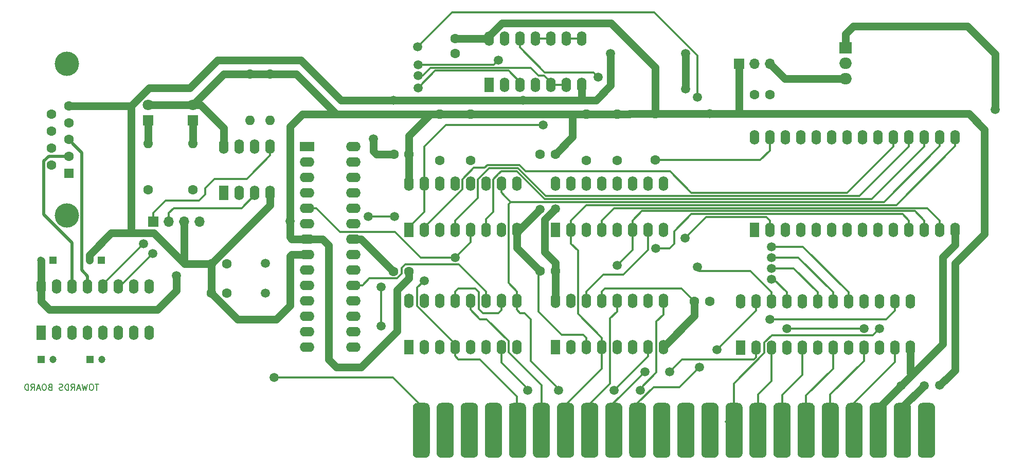
<source format=gbl>
G04 #@! TF.GenerationSoftware,KiCad,Pcbnew,(5.1.5-0)*
G04 #@! TF.CreationDate,2023-05-16T07:02:42+02:00*
G04 #@! TF.ProjectId,Apple1Serial,4170706c-6531-4536-9572-69616c2e6b69,rev?*
G04 #@! TF.SameCoordinates,Original*
G04 #@! TF.FileFunction,Copper,L2,Bot*
G04 #@! TF.FilePolarity,Positive*
%FSLAX46Y46*%
G04 Gerber Fmt 4.6, Leading zero omitted, Abs format (unit mm)*
G04 Created by KiCad (PCBNEW (5.1.5-0)) date 2023-05-16 07:02:42*
%MOMM*%
%LPD*%
G04 APERTURE LIST*
%ADD10C,0.150000*%
%ADD11C,4.000000*%
%ADD12C,1.600000*%
%ADD13R,1.600000X1.600000*%
%ADD14O,1.600000X2.400000*%
%ADD15R,1.600000X2.400000*%
%ADD16C,1.200000*%
%ADD17R,1.200000X1.200000*%
%ADD18O,1.700000X1.700000*%
%ADD19R,1.700000X1.700000*%
%ADD20O,2.400000X1.600000*%
%ADD21R,2.400000X1.600000*%
%ADD22O,1.600000X1.600000*%
%ADD23C,0.100000*%
%ADD24O,2.000000X1.905000*%
%ADD25R,2.000000X1.905000*%
%ADD26C,1.800000*%
%ADD27R,1.800000X1.800000*%
%ADD28C,1.500000*%
%ADD29C,0.300000*%
%ADD30C,1.300000*%
%ADD31C,0.250000*%
%ADD32C,0.500000*%
G04 APERTURE END LIST*
D10*
X63728787Y-110518960D02*
X63157359Y-110518960D01*
X63443073Y-111518960D02*
X63443073Y-110518960D01*
X62633549Y-110518960D02*
X62443073Y-110518960D01*
X62347835Y-110566580D01*
X62252597Y-110661818D01*
X62204978Y-110852294D01*
X62204978Y-111185627D01*
X62252597Y-111376103D01*
X62347835Y-111471341D01*
X62443073Y-111518960D01*
X62633549Y-111518960D01*
X62728787Y-111471341D01*
X62824025Y-111376103D01*
X62871644Y-111185627D01*
X62871644Y-110852294D01*
X62824025Y-110661818D01*
X62728787Y-110566580D01*
X62633549Y-110518960D01*
X61871644Y-110518960D02*
X61633549Y-111518960D01*
X61443073Y-110804675D01*
X61252597Y-111518960D01*
X61014501Y-110518960D01*
X60681168Y-111233246D02*
X60204978Y-111233246D01*
X60776406Y-111518960D02*
X60443073Y-110518960D01*
X60109740Y-111518960D01*
X59204978Y-111518960D02*
X59538311Y-111042770D01*
X59776406Y-111518960D02*
X59776406Y-110518960D01*
X59395454Y-110518960D01*
X59300216Y-110566580D01*
X59252597Y-110614199D01*
X59204978Y-110709437D01*
X59204978Y-110852294D01*
X59252597Y-110947532D01*
X59300216Y-110995151D01*
X59395454Y-111042770D01*
X59776406Y-111042770D01*
X58776406Y-111518960D02*
X58776406Y-110518960D01*
X58538311Y-110518960D01*
X58395454Y-110566580D01*
X58300216Y-110661818D01*
X58252597Y-110757056D01*
X58204978Y-110947532D01*
X58204978Y-111090389D01*
X58252597Y-111280865D01*
X58300216Y-111376103D01*
X58395454Y-111471341D01*
X58538311Y-111518960D01*
X58776406Y-111518960D01*
X57824025Y-111471341D02*
X57681168Y-111518960D01*
X57443073Y-111518960D01*
X57347835Y-111471341D01*
X57300216Y-111423722D01*
X57252597Y-111328484D01*
X57252597Y-111233246D01*
X57300216Y-111138008D01*
X57347835Y-111090389D01*
X57443073Y-111042770D01*
X57633549Y-110995151D01*
X57728787Y-110947532D01*
X57776406Y-110899913D01*
X57824025Y-110804675D01*
X57824025Y-110709437D01*
X57776406Y-110614199D01*
X57728787Y-110566580D01*
X57633549Y-110518960D01*
X57395454Y-110518960D01*
X57252597Y-110566580D01*
X55728787Y-110995151D02*
X55585930Y-111042770D01*
X55538311Y-111090389D01*
X55490692Y-111185627D01*
X55490692Y-111328484D01*
X55538311Y-111423722D01*
X55585930Y-111471341D01*
X55681168Y-111518960D01*
X56062120Y-111518960D01*
X56062120Y-110518960D01*
X55728787Y-110518960D01*
X55633549Y-110566580D01*
X55585930Y-110614199D01*
X55538311Y-110709437D01*
X55538311Y-110804675D01*
X55585930Y-110899913D01*
X55633549Y-110947532D01*
X55728787Y-110995151D01*
X56062120Y-110995151D01*
X54871644Y-110518960D02*
X54681168Y-110518960D01*
X54585930Y-110566580D01*
X54490692Y-110661818D01*
X54443073Y-110852294D01*
X54443073Y-111185627D01*
X54490692Y-111376103D01*
X54585930Y-111471341D01*
X54681168Y-111518960D01*
X54871644Y-111518960D01*
X54966882Y-111471341D01*
X55062120Y-111376103D01*
X55109740Y-111185627D01*
X55109740Y-110852294D01*
X55062120Y-110661818D01*
X54966882Y-110566580D01*
X54871644Y-110518960D01*
X54062120Y-111233246D02*
X53585930Y-111233246D01*
X54157359Y-111518960D02*
X53824025Y-110518960D01*
X53490692Y-111518960D01*
X52585930Y-111518960D02*
X52919263Y-111042770D01*
X53157359Y-111518960D02*
X53157359Y-110518960D01*
X52776406Y-110518960D01*
X52681168Y-110566580D01*
X52633549Y-110614199D01*
X52585930Y-110709437D01*
X52585930Y-110852294D01*
X52633549Y-110947532D01*
X52681168Y-110995151D01*
X52776406Y-111042770D01*
X53157359Y-111042770D01*
X52157359Y-111518960D02*
X52157359Y-110518960D01*
X51919263Y-110518960D01*
X51776406Y-110566580D01*
X51681168Y-110661818D01*
X51633549Y-110757056D01*
X51585930Y-110947532D01*
X51585930Y-111090389D01*
X51633549Y-111280865D01*
X51681168Y-111376103D01*
X51776406Y-111471341D01*
X51919263Y-111518960D01*
X52157359Y-111518960D01*
D11*
X58516240Y-82763760D03*
X58516240Y-57763760D03*
D12*
X55976240Y-66108760D03*
X55976240Y-68878760D03*
X55976240Y-71648760D03*
X55976240Y-74418760D03*
X58816240Y-64723760D03*
X58816240Y-67493760D03*
X58816240Y-70263760D03*
X58816240Y-73033760D03*
D13*
X58816240Y-75803760D03*
D14*
X54297580Y-94421960D03*
X72077580Y-102041960D03*
X56837580Y-94421960D03*
X69537580Y-102041960D03*
X59377580Y-94421960D03*
X66997580Y-102041960D03*
X61917580Y-94421960D03*
X64457580Y-102041960D03*
X64457580Y-94421960D03*
X61917580Y-102041960D03*
X66997580Y-94421960D03*
X59377580Y-102041960D03*
X69537580Y-94421960D03*
X56837580Y-102041960D03*
X72077580Y-94421960D03*
D15*
X54297580Y-102041960D03*
D16*
X62188340Y-90081100D03*
D17*
X64188340Y-90081100D03*
D16*
X54222900Y-90109040D03*
D17*
X56222900Y-90109040D03*
D16*
X64278260Y-106426000D03*
D17*
X62278260Y-106426000D03*
D16*
X56246780Y-106428540D03*
D17*
X54246780Y-106428540D03*
D18*
X80335120Y-83736180D03*
X77795120Y-83736180D03*
X75255120Y-83736180D03*
D19*
X72715120Y-83736180D03*
D14*
X128016000Y-53594000D03*
X143256000Y-61214000D03*
X130556000Y-53594000D03*
X140716000Y-61214000D03*
X133096000Y-53594000D03*
X138176000Y-61214000D03*
X135636000Y-53594000D03*
X135636000Y-61214000D03*
X138176000Y-53594000D03*
X133096000Y-61214000D03*
X140716000Y-53594000D03*
X130556000Y-61214000D03*
X143256000Y-53594000D03*
D15*
X128016000Y-61214000D03*
D14*
X84328000Y-71374000D03*
X91948000Y-78994000D03*
X86868000Y-71374000D03*
X89408000Y-78994000D03*
X89408000Y-71374000D03*
X86868000Y-78994000D03*
X91948000Y-71374000D03*
D15*
X84328000Y-78994000D03*
D14*
X169418000Y-96901000D03*
X197358000Y-104521000D03*
X171958000Y-96901000D03*
X194818000Y-104521000D03*
X174498000Y-96901000D03*
X192278000Y-104521000D03*
X177038000Y-96901000D03*
X189738000Y-104521000D03*
X179578000Y-96901000D03*
X187198000Y-104521000D03*
X182118000Y-96901000D03*
X184658000Y-104521000D03*
X184658000Y-96901000D03*
X182118000Y-104521000D03*
X187198000Y-96901000D03*
X179578000Y-104521000D03*
X189738000Y-96901000D03*
X177038000Y-104521000D03*
X192278000Y-96901000D03*
X174498000Y-104521000D03*
X194818000Y-96901000D03*
X171958000Y-104521000D03*
X197358000Y-96901000D03*
D15*
X169418000Y-104521000D03*
D20*
X105664000Y-71374000D03*
X98044000Y-104394000D03*
X105664000Y-73914000D03*
X98044000Y-101854000D03*
X105664000Y-76454000D03*
X98044000Y-99314000D03*
X105664000Y-78994000D03*
X98044000Y-96774000D03*
X105664000Y-81534000D03*
X98044000Y-94234000D03*
X105664000Y-84074000D03*
X98044000Y-91694000D03*
X105664000Y-86614000D03*
X98044000Y-89154000D03*
X105664000Y-89154000D03*
X98044000Y-86614000D03*
X105664000Y-91694000D03*
X98044000Y-84074000D03*
X105664000Y-94234000D03*
X98044000Y-81534000D03*
X105664000Y-96774000D03*
X98044000Y-78994000D03*
X105664000Y-99314000D03*
X98044000Y-76454000D03*
X105664000Y-101854000D03*
X98044000Y-73914000D03*
X105664000Y-104394000D03*
D21*
X98044000Y-71374000D03*
D14*
X171704000Y-69850000D03*
X204724000Y-85090000D03*
X174244000Y-69850000D03*
X202184000Y-85090000D03*
X176784000Y-69850000D03*
X199644000Y-85090000D03*
X179324000Y-69850000D03*
X197104000Y-85090000D03*
X181864000Y-69850000D03*
X194564000Y-85090000D03*
X184404000Y-69850000D03*
X192024000Y-85090000D03*
X186944000Y-69850000D03*
X189484000Y-85090000D03*
X189484000Y-69850000D03*
X186944000Y-85090000D03*
X192024000Y-69850000D03*
X184404000Y-85090000D03*
X194564000Y-69850000D03*
X181864000Y-85090000D03*
X197104000Y-69850000D03*
X179324000Y-85090000D03*
X199644000Y-69850000D03*
X176784000Y-85090000D03*
X202184000Y-69850000D03*
X174244000Y-85090000D03*
X204724000Y-69850000D03*
D15*
X171704000Y-85090000D03*
D14*
X114808000Y-77470000D03*
X132588000Y-85090000D03*
X117348000Y-77470000D03*
X130048000Y-85090000D03*
X119888000Y-77470000D03*
X127508000Y-85090000D03*
X122428000Y-77470000D03*
X124968000Y-85090000D03*
X124968000Y-77470000D03*
X122428000Y-85090000D03*
X127508000Y-77470000D03*
X119888000Y-85090000D03*
X130048000Y-77470000D03*
X117348000Y-85090000D03*
X132588000Y-77470000D03*
D15*
X114808000Y-85090000D03*
D14*
X138938000Y-77470000D03*
X156718000Y-85090000D03*
X141478000Y-77470000D03*
X154178000Y-85090000D03*
X144018000Y-77470000D03*
X151638000Y-85090000D03*
X146558000Y-77470000D03*
X149098000Y-85090000D03*
X149098000Y-77470000D03*
X146558000Y-85090000D03*
X151638000Y-77470000D03*
X144018000Y-85090000D03*
X154178000Y-77470000D03*
X141478000Y-85090000D03*
X156718000Y-77470000D03*
D15*
X138938000Y-85090000D03*
D14*
X114808000Y-96774000D03*
X132588000Y-104394000D03*
X117348000Y-96774000D03*
X130048000Y-104394000D03*
X119888000Y-96774000D03*
X127508000Y-104394000D03*
X122428000Y-96774000D03*
X124968000Y-104394000D03*
X124968000Y-96774000D03*
X122428000Y-104394000D03*
X127508000Y-96774000D03*
X119888000Y-104394000D03*
X130048000Y-96774000D03*
X117348000Y-104394000D03*
X132588000Y-96774000D03*
D15*
X114808000Y-104394000D03*
D14*
X138938000Y-96774000D03*
X156718000Y-104394000D03*
X141478000Y-96774000D03*
X154178000Y-104394000D03*
X144018000Y-96774000D03*
X151638000Y-104394000D03*
X146558000Y-96774000D03*
X149098000Y-104394000D03*
X149098000Y-96774000D03*
X146558000Y-104394000D03*
X151638000Y-96774000D03*
X144018000Y-104394000D03*
X154178000Y-96774000D03*
X141478000Y-104394000D03*
X156718000Y-96774000D03*
D15*
X138938000Y-104394000D03*
D12*
X136430380Y-91914980D03*
X138930380Y-91914980D03*
D22*
X155397200Y-66029840D03*
D12*
X155397200Y-73649840D03*
D16*
X202703680Y-101803200D03*
D17*
X204703680Y-101803200D03*
D12*
X174209080Y-62870080D03*
X171709080Y-62870080D03*
G04 #@! TA.AperFunction,ConnectorPad*
D23*
G36*
X117606965Y-113617563D02*
G01*
X117674771Y-113627621D01*
X117741264Y-113644277D01*
X117805804Y-113667370D01*
X117867771Y-113696678D01*
X117926566Y-113731918D01*
X117981624Y-113772752D01*
X118032414Y-113818786D01*
X118078448Y-113869576D01*
X118119282Y-113924634D01*
X118154522Y-113983429D01*
X118183830Y-114045396D01*
X118206923Y-114109936D01*
X118223579Y-114176429D01*
X118233637Y-114244235D01*
X118237000Y-114312700D01*
X118237000Y-121907300D01*
X118233637Y-121975765D01*
X118223579Y-122043571D01*
X118206923Y-122110064D01*
X118183830Y-122174604D01*
X118154522Y-122236571D01*
X118119282Y-122295366D01*
X118078448Y-122350424D01*
X118032414Y-122401214D01*
X117981624Y-122447248D01*
X117926566Y-122488082D01*
X117867771Y-122523322D01*
X117805804Y-122552630D01*
X117741264Y-122575723D01*
X117674771Y-122592379D01*
X117606965Y-122602437D01*
X117538500Y-122605800D01*
X116141500Y-122605800D01*
X116073035Y-122602437D01*
X116005229Y-122592379D01*
X115938736Y-122575723D01*
X115874196Y-122552630D01*
X115812229Y-122523322D01*
X115753434Y-122488082D01*
X115698376Y-122447248D01*
X115647586Y-122401214D01*
X115601552Y-122350424D01*
X115560718Y-122295366D01*
X115525478Y-122236571D01*
X115496170Y-122174604D01*
X115473077Y-122110064D01*
X115456421Y-122043571D01*
X115446363Y-121975765D01*
X115443000Y-121907300D01*
X115443000Y-114312700D01*
X115446363Y-114244235D01*
X115456421Y-114176429D01*
X115473077Y-114109936D01*
X115496170Y-114045396D01*
X115525478Y-113983429D01*
X115560718Y-113924634D01*
X115601552Y-113869576D01*
X115647586Y-113818786D01*
X115698376Y-113772752D01*
X115753434Y-113731918D01*
X115812229Y-113696678D01*
X115874196Y-113667370D01*
X115938736Y-113644277D01*
X116005229Y-113627621D01*
X116073035Y-113617563D01*
X116141500Y-113614200D01*
X117538500Y-113614200D01*
X117606965Y-113617563D01*
G37*
G04 #@! TD.AperFunction*
G04 #@! TA.AperFunction,ConnectorPad*
G36*
X121566965Y-113617563D02*
G01*
X121634771Y-113627621D01*
X121701264Y-113644277D01*
X121765804Y-113667370D01*
X121827771Y-113696678D01*
X121886566Y-113731918D01*
X121941624Y-113772752D01*
X121992414Y-113818786D01*
X122038448Y-113869576D01*
X122079282Y-113924634D01*
X122114522Y-113983429D01*
X122143830Y-114045396D01*
X122166923Y-114109936D01*
X122183579Y-114176429D01*
X122193637Y-114244235D01*
X122197000Y-114312700D01*
X122197000Y-121907300D01*
X122193637Y-121975765D01*
X122183579Y-122043571D01*
X122166923Y-122110064D01*
X122143830Y-122174604D01*
X122114522Y-122236571D01*
X122079282Y-122295366D01*
X122038448Y-122350424D01*
X121992414Y-122401214D01*
X121941624Y-122447248D01*
X121886566Y-122488082D01*
X121827771Y-122523322D01*
X121765804Y-122552630D01*
X121701264Y-122575723D01*
X121634771Y-122592379D01*
X121566965Y-122602437D01*
X121498500Y-122605800D01*
X120101500Y-122605800D01*
X120033035Y-122602437D01*
X119965229Y-122592379D01*
X119898736Y-122575723D01*
X119834196Y-122552630D01*
X119772229Y-122523322D01*
X119713434Y-122488082D01*
X119658376Y-122447248D01*
X119607586Y-122401214D01*
X119561552Y-122350424D01*
X119520718Y-122295366D01*
X119485478Y-122236571D01*
X119456170Y-122174604D01*
X119433077Y-122110064D01*
X119416421Y-122043571D01*
X119406363Y-121975765D01*
X119403000Y-121907300D01*
X119403000Y-114312700D01*
X119406363Y-114244235D01*
X119416421Y-114176429D01*
X119433077Y-114109936D01*
X119456170Y-114045396D01*
X119485478Y-113983429D01*
X119520718Y-113924634D01*
X119561552Y-113869576D01*
X119607586Y-113818786D01*
X119658376Y-113772752D01*
X119713434Y-113731918D01*
X119772229Y-113696678D01*
X119834196Y-113667370D01*
X119898736Y-113644277D01*
X119965229Y-113627621D01*
X120033035Y-113617563D01*
X120101500Y-113614200D01*
X121498500Y-113614200D01*
X121566965Y-113617563D01*
G37*
G04 #@! TD.AperFunction*
G04 #@! TA.AperFunction,ConnectorPad*
G36*
X125526965Y-113617563D02*
G01*
X125594771Y-113627621D01*
X125661264Y-113644277D01*
X125725804Y-113667370D01*
X125787771Y-113696678D01*
X125846566Y-113731918D01*
X125901624Y-113772752D01*
X125952414Y-113818786D01*
X125998448Y-113869576D01*
X126039282Y-113924634D01*
X126074522Y-113983429D01*
X126103830Y-114045396D01*
X126126923Y-114109936D01*
X126143579Y-114176429D01*
X126153637Y-114244235D01*
X126157000Y-114312700D01*
X126157000Y-121907300D01*
X126153637Y-121975765D01*
X126143579Y-122043571D01*
X126126923Y-122110064D01*
X126103830Y-122174604D01*
X126074522Y-122236571D01*
X126039282Y-122295366D01*
X125998448Y-122350424D01*
X125952414Y-122401214D01*
X125901624Y-122447248D01*
X125846566Y-122488082D01*
X125787771Y-122523322D01*
X125725804Y-122552630D01*
X125661264Y-122575723D01*
X125594771Y-122592379D01*
X125526965Y-122602437D01*
X125458500Y-122605800D01*
X124061500Y-122605800D01*
X123993035Y-122602437D01*
X123925229Y-122592379D01*
X123858736Y-122575723D01*
X123794196Y-122552630D01*
X123732229Y-122523322D01*
X123673434Y-122488082D01*
X123618376Y-122447248D01*
X123567586Y-122401214D01*
X123521552Y-122350424D01*
X123480718Y-122295366D01*
X123445478Y-122236571D01*
X123416170Y-122174604D01*
X123393077Y-122110064D01*
X123376421Y-122043571D01*
X123366363Y-121975765D01*
X123363000Y-121907300D01*
X123363000Y-114312700D01*
X123366363Y-114244235D01*
X123376421Y-114176429D01*
X123393077Y-114109936D01*
X123416170Y-114045396D01*
X123445478Y-113983429D01*
X123480718Y-113924634D01*
X123521552Y-113869576D01*
X123567586Y-113818786D01*
X123618376Y-113772752D01*
X123673434Y-113731918D01*
X123732229Y-113696678D01*
X123794196Y-113667370D01*
X123858736Y-113644277D01*
X123925229Y-113627621D01*
X123993035Y-113617563D01*
X124061500Y-113614200D01*
X125458500Y-113614200D01*
X125526965Y-113617563D01*
G37*
G04 #@! TD.AperFunction*
G04 #@! TA.AperFunction,ConnectorPad*
G36*
X129486965Y-113617563D02*
G01*
X129554771Y-113627621D01*
X129621264Y-113644277D01*
X129685804Y-113667370D01*
X129747771Y-113696678D01*
X129806566Y-113731918D01*
X129861624Y-113772752D01*
X129912414Y-113818786D01*
X129958448Y-113869576D01*
X129999282Y-113924634D01*
X130034522Y-113983429D01*
X130063830Y-114045396D01*
X130086923Y-114109936D01*
X130103579Y-114176429D01*
X130113637Y-114244235D01*
X130117000Y-114312700D01*
X130117000Y-121907300D01*
X130113637Y-121975765D01*
X130103579Y-122043571D01*
X130086923Y-122110064D01*
X130063830Y-122174604D01*
X130034522Y-122236571D01*
X129999282Y-122295366D01*
X129958448Y-122350424D01*
X129912414Y-122401214D01*
X129861624Y-122447248D01*
X129806566Y-122488082D01*
X129747771Y-122523322D01*
X129685804Y-122552630D01*
X129621264Y-122575723D01*
X129554771Y-122592379D01*
X129486965Y-122602437D01*
X129418500Y-122605800D01*
X128021500Y-122605800D01*
X127953035Y-122602437D01*
X127885229Y-122592379D01*
X127818736Y-122575723D01*
X127754196Y-122552630D01*
X127692229Y-122523322D01*
X127633434Y-122488082D01*
X127578376Y-122447248D01*
X127527586Y-122401214D01*
X127481552Y-122350424D01*
X127440718Y-122295366D01*
X127405478Y-122236571D01*
X127376170Y-122174604D01*
X127353077Y-122110064D01*
X127336421Y-122043571D01*
X127326363Y-121975765D01*
X127323000Y-121907300D01*
X127323000Y-114312700D01*
X127326363Y-114244235D01*
X127336421Y-114176429D01*
X127353077Y-114109936D01*
X127376170Y-114045396D01*
X127405478Y-113983429D01*
X127440718Y-113924634D01*
X127481552Y-113869576D01*
X127527586Y-113818786D01*
X127578376Y-113772752D01*
X127633434Y-113731918D01*
X127692229Y-113696678D01*
X127754196Y-113667370D01*
X127818736Y-113644277D01*
X127885229Y-113627621D01*
X127953035Y-113617563D01*
X128021500Y-113614200D01*
X129418500Y-113614200D01*
X129486965Y-113617563D01*
G37*
G04 #@! TD.AperFunction*
G04 #@! TA.AperFunction,ConnectorPad*
G36*
X133446965Y-113617563D02*
G01*
X133514771Y-113627621D01*
X133581264Y-113644277D01*
X133645804Y-113667370D01*
X133707771Y-113696678D01*
X133766566Y-113731918D01*
X133821624Y-113772752D01*
X133872414Y-113818786D01*
X133918448Y-113869576D01*
X133959282Y-113924634D01*
X133994522Y-113983429D01*
X134023830Y-114045396D01*
X134046923Y-114109936D01*
X134063579Y-114176429D01*
X134073637Y-114244235D01*
X134077000Y-114312700D01*
X134077000Y-121907300D01*
X134073637Y-121975765D01*
X134063579Y-122043571D01*
X134046923Y-122110064D01*
X134023830Y-122174604D01*
X133994522Y-122236571D01*
X133959282Y-122295366D01*
X133918448Y-122350424D01*
X133872414Y-122401214D01*
X133821624Y-122447248D01*
X133766566Y-122488082D01*
X133707771Y-122523322D01*
X133645804Y-122552630D01*
X133581264Y-122575723D01*
X133514771Y-122592379D01*
X133446965Y-122602437D01*
X133378500Y-122605800D01*
X131981500Y-122605800D01*
X131913035Y-122602437D01*
X131845229Y-122592379D01*
X131778736Y-122575723D01*
X131714196Y-122552630D01*
X131652229Y-122523322D01*
X131593434Y-122488082D01*
X131538376Y-122447248D01*
X131487586Y-122401214D01*
X131441552Y-122350424D01*
X131400718Y-122295366D01*
X131365478Y-122236571D01*
X131336170Y-122174604D01*
X131313077Y-122110064D01*
X131296421Y-122043571D01*
X131286363Y-121975765D01*
X131283000Y-121907300D01*
X131283000Y-114312700D01*
X131286363Y-114244235D01*
X131296421Y-114176429D01*
X131313077Y-114109936D01*
X131336170Y-114045396D01*
X131365478Y-113983429D01*
X131400718Y-113924634D01*
X131441552Y-113869576D01*
X131487586Y-113818786D01*
X131538376Y-113772752D01*
X131593434Y-113731918D01*
X131652229Y-113696678D01*
X131714196Y-113667370D01*
X131778736Y-113644277D01*
X131845229Y-113627621D01*
X131913035Y-113617563D01*
X131981500Y-113614200D01*
X133378500Y-113614200D01*
X133446965Y-113617563D01*
G37*
G04 #@! TD.AperFunction*
G04 #@! TA.AperFunction,ConnectorPad*
G36*
X137406965Y-113617563D02*
G01*
X137474771Y-113627621D01*
X137541264Y-113644277D01*
X137605804Y-113667370D01*
X137667771Y-113696678D01*
X137726566Y-113731918D01*
X137781624Y-113772752D01*
X137832414Y-113818786D01*
X137878448Y-113869576D01*
X137919282Y-113924634D01*
X137954522Y-113983429D01*
X137983830Y-114045396D01*
X138006923Y-114109936D01*
X138023579Y-114176429D01*
X138033637Y-114244235D01*
X138037000Y-114312700D01*
X138037000Y-121907300D01*
X138033637Y-121975765D01*
X138023579Y-122043571D01*
X138006923Y-122110064D01*
X137983830Y-122174604D01*
X137954522Y-122236571D01*
X137919282Y-122295366D01*
X137878448Y-122350424D01*
X137832414Y-122401214D01*
X137781624Y-122447248D01*
X137726566Y-122488082D01*
X137667771Y-122523322D01*
X137605804Y-122552630D01*
X137541264Y-122575723D01*
X137474771Y-122592379D01*
X137406965Y-122602437D01*
X137338500Y-122605800D01*
X135941500Y-122605800D01*
X135873035Y-122602437D01*
X135805229Y-122592379D01*
X135738736Y-122575723D01*
X135674196Y-122552630D01*
X135612229Y-122523322D01*
X135553434Y-122488082D01*
X135498376Y-122447248D01*
X135447586Y-122401214D01*
X135401552Y-122350424D01*
X135360718Y-122295366D01*
X135325478Y-122236571D01*
X135296170Y-122174604D01*
X135273077Y-122110064D01*
X135256421Y-122043571D01*
X135246363Y-121975765D01*
X135243000Y-121907300D01*
X135243000Y-114312700D01*
X135246363Y-114244235D01*
X135256421Y-114176429D01*
X135273077Y-114109936D01*
X135296170Y-114045396D01*
X135325478Y-113983429D01*
X135360718Y-113924634D01*
X135401552Y-113869576D01*
X135447586Y-113818786D01*
X135498376Y-113772752D01*
X135553434Y-113731918D01*
X135612229Y-113696678D01*
X135674196Y-113667370D01*
X135738736Y-113644277D01*
X135805229Y-113627621D01*
X135873035Y-113617563D01*
X135941500Y-113614200D01*
X137338500Y-113614200D01*
X137406965Y-113617563D01*
G37*
G04 #@! TD.AperFunction*
G04 #@! TA.AperFunction,ConnectorPad*
G36*
X141366965Y-113617563D02*
G01*
X141434771Y-113627621D01*
X141501264Y-113644277D01*
X141565804Y-113667370D01*
X141627771Y-113696678D01*
X141686566Y-113731918D01*
X141741624Y-113772752D01*
X141792414Y-113818786D01*
X141838448Y-113869576D01*
X141879282Y-113924634D01*
X141914522Y-113983429D01*
X141943830Y-114045396D01*
X141966923Y-114109936D01*
X141983579Y-114176429D01*
X141993637Y-114244235D01*
X141997000Y-114312700D01*
X141997000Y-121907300D01*
X141993637Y-121975765D01*
X141983579Y-122043571D01*
X141966923Y-122110064D01*
X141943830Y-122174604D01*
X141914522Y-122236571D01*
X141879282Y-122295366D01*
X141838448Y-122350424D01*
X141792414Y-122401214D01*
X141741624Y-122447248D01*
X141686566Y-122488082D01*
X141627771Y-122523322D01*
X141565804Y-122552630D01*
X141501264Y-122575723D01*
X141434771Y-122592379D01*
X141366965Y-122602437D01*
X141298500Y-122605800D01*
X139901500Y-122605800D01*
X139833035Y-122602437D01*
X139765229Y-122592379D01*
X139698736Y-122575723D01*
X139634196Y-122552630D01*
X139572229Y-122523322D01*
X139513434Y-122488082D01*
X139458376Y-122447248D01*
X139407586Y-122401214D01*
X139361552Y-122350424D01*
X139320718Y-122295366D01*
X139285478Y-122236571D01*
X139256170Y-122174604D01*
X139233077Y-122110064D01*
X139216421Y-122043571D01*
X139206363Y-121975765D01*
X139203000Y-121907300D01*
X139203000Y-114312700D01*
X139206363Y-114244235D01*
X139216421Y-114176429D01*
X139233077Y-114109936D01*
X139256170Y-114045396D01*
X139285478Y-113983429D01*
X139320718Y-113924634D01*
X139361552Y-113869576D01*
X139407586Y-113818786D01*
X139458376Y-113772752D01*
X139513434Y-113731918D01*
X139572229Y-113696678D01*
X139634196Y-113667370D01*
X139698736Y-113644277D01*
X139765229Y-113627621D01*
X139833035Y-113617563D01*
X139901500Y-113614200D01*
X141298500Y-113614200D01*
X141366965Y-113617563D01*
G37*
G04 #@! TD.AperFunction*
G04 #@! TA.AperFunction,ConnectorPad*
G36*
X145326965Y-113617563D02*
G01*
X145394771Y-113627621D01*
X145461264Y-113644277D01*
X145525804Y-113667370D01*
X145587771Y-113696678D01*
X145646566Y-113731918D01*
X145701624Y-113772752D01*
X145752414Y-113818786D01*
X145798448Y-113869576D01*
X145839282Y-113924634D01*
X145874522Y-113983429D01*
X145903830Y-114045396D01*
X145926923Y-114109936D01*
X145943579Y-114176429D01*
X145953637Y-114244235D01*
X145957000Y-114312700D01*
X145957000Y-121907300D01*
X145953637Y-121975765D01*
X145943579Y-122043571D01*
X145926923Y-122110064D01*
X145903830Y-122174604D01*
X145874522Y-122236571D01*
X145839282Y-122295366D01*
X145798448Y-122350424D01*
X145752414Y-122401214D01*
X145701624Y-122447248D01*
X145646566Y-122488082D01*
X145587771Y-122523322D01*
X145525804Y-122552630D01*
X145461264Y-122575723D01*
X145394771Y-122592379D01*
X145326965Y-122602437D01*
X145258500Y-122605800D01*
X143861500Y-122605800D01*
X143793035Y-122602437D01*
X143725229Y-122592379D01*
X143658736Y-122575723D01*
X143594196Y-122552630D01*
X143532229Y-122523322D01*
X143473434Y-122488082D01*
X143418376Y-122447248D01*
X143367586Y-122401214D01*
X143321552Y-122350424D01*
X143280718Y-122295366D01*
X143245478Y-122236571D01*
X143216170Y-122174604D01*
X143193077Y-122110064D01*
X143176421Y-122043571D01*
X143166363Y-121975765D01*
X143163000Y-121907300D01*
X143163000Y-114312700D01*
X143166363Y-114244235D01*
X143176421Y-114176429D01*
X143193077Y-114109936D01*
X143216170Y-114045396D01*
X143245478Y-113983429D01*
X143280718Y-113924634D01*
X143321552Y-113869576D01*
X143367586Y-113818786D01*
X143418376Y-113772752D01*
X143473434Y-113731918D01*
X143532229Y-113696678D01*
X143594196Y-113667370D01*
X143658736Y-113644277D01*
X143725229Y-113627621D01*
X143793035Y-113617563D01*
X143861500Y-113614200D01*
X145258500Y-113614200D01*
X145326965Y-113617563D01*
G37*
G04 #@! TD.AperFunction*
G04 #@! TA.AperFunction,ConnectorPad*
G36*
X149286965Y-113617563D02*
G01*
X149354771Y-113627621D01*
X149421264Y-113644277D01*
X149485804Y-113667370D01*
X149547771Y-113696678D01*
X149606566Y-113731918D01*
X149661624Y-113772752D01*
X149712414Y-113818786D01*
X149758448Y-113869576D01*
X149799282Y-113924634D01*
X149834522Y-113983429D01*
X149863830Y-114045396D01*
X149886923Y-114109936D01*
X149903579Y-114176429D01*
X149913637Y-114244235D01*
X149917000Y-114312700D01*
X149917000Y-121907300D01*
X149913637Y-121975765D01*
X149903579Y-122043571D01*
X149886923Y-122110064D01*
X149863830Y-122174604D01*
X149834522Y-122236571D01*
X149799282Y-122295366D01*
X149758448Y-122350424D01*
X149712414Y-122401214D01*
X149661624Y-122447248D01*
X149606566Y-122488082D01*
X149547771Y-122523322D01*
X149485804Y-122552630D01*
X149421264Y-122575723D01*
X149354771Y-122592379D01*
X149286965Y-122602437D01*
X149218500Y-122605800D01*
X147821500Y-122605800D01*
X147753035Y-122602437D01*
X147685229Y-122592379D01*
X147618736Y-122575723D01*
X147554196Y-122552630D01*
X147492229Y-122523322D01*
X147433434Y-122488082D01*
X147378376Y-122447248D01*
X147327586Y-122401214D01*
X147281552Y-122350424D01*
X147240718Y-122295366D01*
X147205478Y-122236571D01*
X147176170Y-122174604D01*
X147153077Y-122110064D01*
X147136421Y-122043571D01*
X147126363Y-121975765D01*
X147123000Y-121907300D01*
X147123000Y-114312700D01*
X147126363Y-114244235D01*
X147136421Y-114176429D01*
X147153077Y-114109936D01*
X147176170Y-114045396D01*
X147205478Y-113983429D01*
X147240718Y-113924634D01*
X147281552Y-113869576D01*
X147327586Y-113818786D01*
X147378376Y-113772752D01*
X147433434Y-113731918D01*
X147492229Y-113696678D01*
X147554196Y-113667370D01*
X147618736Y-113644277D01*
X147685229Y-113627621D01*
X147753035Y-113617563D01*
X147821500Y-113614200D01*
X149218500Y-113614200D01*
X149286965Y-113617563D01*
G37*
G04 #@! TD.AperFunction*
G04 #@! TA.AperFunction,ConnectorPad*
G36*
X153246965Y-113617563D02*
G01*
X153314771Y-113627621D01*
X153381264Y-113644277D01*
X153445804Y-113667370D01*
X153507771Y-113696678D01*
X153566566Y-113731918D01*
X153621624Y-113772752D01*
X153672414Y-113818786D01*
X153718448Y-113869576D01*
X153759282Y-113924634D01*
X153794522Y-113983429D01*
X153823830Y-114045396D01*
X153846923Y-114109936D01*
X153863579Y-114176429D01*
X153873637Y-114244235D01*
X153877000Y-114312700D01*
X153877000Y-121907300D01*
X153873637Y-121975765D01*
X153863579Y-122043571D01*
X153846923Y-122110064D01*
X153823830Y-122174604D01*
X153794522Y-122236571D01*
X153759282Y-122295366D01*
X153718448Y-122350424D01*
X153672414Y-122401214D01*
X153621624Y-122447248D01*
X153566566Y-122488082D01*
X153507771Y-122523322D01*
X153445804Y-122552630D01*
X153381264Y-122575723D01*
X153314771Y-122592379D01*
X153246965Y-122602437D01*
X153178500Y-122605800D01*
X151781500Y-122605800D01*
X151713035Y-122602437D01*
X151645229Y-122592379D01*
X151578736Y-122575723D01*
X151514196Y-122552630D01*
X151452229Y-122523322D01*
X151393434Y-122488082D01*
X151338376Y-122447248D01*
X151287586Y-122401214D01*
X151241552Y-122350424D01*
X151200718Y-122295366D01*
X151165478Y-122236571D01*
X151136170Y-122174604D01*
X151113077Y-122110064D01*
X151096421Y-122043571D01*
X151086363Y-121975765D01*
X151083000Y-121907300D01*
X151083000Y-114312700D01*
X151086363Y-114244235D01*
X151096421Y-114176429D01*
X151113077Y-114109936D01*
X151136170Y-114045396D01*
X151165478Y-113983429D01*
X151200718Y-113924634D01*
X151241552Y-113869576D01*
X151287586Y-113818786D01*
X151338376Y-113772752D01*
X151393434Y-113731918D01*
X151452229Y-113696678D01*
X151514196Y-113667370D01*
X151578736Y-113644277D01*
X151645229Y-113627621D01*
X151713035Y-113617563D01*
X151781500Y-113614200D01*
X153178500Y-113614200D01*
X153246965Y-113617563D01*
G37*
G04 #@! TD.AperFunction*
G04 #@! TA.AperFunction,ConnectorPad*
G36*
X157206965Y-113617563D02*
G01*
X157274771Y-113627621D01*
X157341264Y-113644277D01*
X157405804Y-113667370D01*
X157467771Y-113696678D01*
X157526566Y-113731918D01*
X157581624Y-113772752D01*
X157632414Y-113818786D01*
X157678448Y-113869576D01*
X157719282Y-113924634D01*
X157754522Y-113983429D01*
X157783830Y-114045396D01*
X157806923Y-114109936D01*
X157823579Y-114176429D01*
X157833637Y-114244235D01*
X157837000Y-114312700D01*
X157837000Y-121907300D01*
X157833637Y-121975765D01*
X157823579Y-122043571D01*
X157806923Y-122110064D01*
X157783830Y-122174604D01*
X157754522Y-122236571D01*
X157719282Y-122295366D01*
X157678448Y-122350424D01*
X157632414Y-122401214D01*
X157581624Y-122447248D01*
X157526566Y-122488082D01*
X157467771Y-122523322D01*
X157405804Y-122552630D01*
X157341264Y-122575723D01*
X157274771Y-122592379D01*
X157206965Y-122602437D01*
X157138500Y-122605800D01*
X155741500Y-122605800D01*
X155673035Y-122602437D01*
X155605229Y-122592379D01*
X155538736Y-122575723D01*
X155474196Y-122552630D01*
X155412229Y-122523322D01*
X155353434Y-122488082D01*
X155298376Y-122447248D01*
X155247586Y-122401214D01*
X155201552Y-122350424D01*
X155160718Y-122295366D01*
X155125478Y-122236571D01*
X155096170Y-122174604D01*
X155073077Y-122110064D01*
X155056421Y-122043571D01*
X155046363Y-121975765D01*
X155043000Y-121907300D01*
X155043000Y-114312700D01*
X155046363Y-114244235D01*
X155056421Y-114176429D01*
X155073077Y-114109936D01*
X155096170Y-114045396D01*
X155125478Y-113983429D01*
X155160718Y-113924634D01*
X155201552Y-113869576D01*
X155247586Y-113818786D01*
X155298376Y-113772752D01*
X155353434Y-113731918D01*
X155412229Y-113696678D01*
X155474196Y-113667370D01*
X155538736Y-113644277D01*
X155605229Y-113627621D01*
X155673035Y-113617563D01*
X155741500Y-113614200D01*
X157138500Y-113614200D01*
X157206965Y-113617563D01*
G37*
G04 #@! TD.AperFunction*
G04 #@! TA.AperFunction,ConnectorPad*
G36*
X161166965Y-113617563D02*
G01*
X161234771Y-113627621D01*
X161301264Y-113644277D01*
X161365804Y-113667370D01*
X161427771Y-113696678D01*
X161486566Y-113731918D01*
X161541624Y-113772752D01*
X161592414Y-113818786D01*
X161638448Y-113869576D01*
X161679282Y-113924634D01*
X161714522Y-113983429D01*
X161743830Y-114045396D01*
X161766923Y-114109936D01*
X161783579Y-114176429D01*
X161793637Y-114244235D01*
X161797000Y-114312700D01*
X161797000Y-121907300D01*
X161793637Y-121975765D01*
X161783579Y-122043571D01*
X161766923Y-122110064D01*
X161743830Y-122174604D01*
X161714522Y-122236571D01*
X161679282Y-122295366D01*
X161638448Y-122350424D01*
X161592414Y-122401214D01*
X161541624Y-122447248D01*
X161486566Y-122488082D01*
X161427771Y-122523322D01*
X161365804Y-122552630D01*
X161301264Y-122575723D01*
X161234771Y-122592379D01*
X161166965Y-122602437D01*
X161098500Y-122605800D01*
X159701500Y-122605800D01*
X159633035Y-122602437D01*
X159565229Y-122592379D01*
X159498736Y-122575723D01*
X159434196Y-122552630D01*
X159372229Y-122523322D01*
X159313434Y-122488082D01*
X159258376Y-122447248D01*
X159207586Y-122401214D01*
X159161552Y-122350424D01*
X159120718Y-122295366D01*
X159085478Y-122236571D01*
X159056170Y-122174604D01*
X159033077Y-122110064D01*
X159016421Y-122043571D01*
X159006363Y-121975765D01*
X159003000Y-121907300D01*
X159003000Y-114312700D01*
X159006363Y-114244235D01*
X159016421Y-114176429D01*
X159033077Y-114109936D01*
X159056170Y-114045396D01*
X159085478Y-113983429D01*
X159120718Y-113924634D01*
X159161552Y-113869576D01*
X159207586Y-113818786D01*
X159258376Y-113772752D01*
X159313434Y-113731918D01*
X159372229Y-113696678D01*
X159434196Y-113667370D01*
X159498736Y-113644277D01*
X159565229Y-113627621D01*
X159633035Y-113617563D01*
X159701500Y-113614200D01*
X161098500Y-113614200D01*
X161166965Y-113617563D01*
G37*
G04 #@! TD.AperFunction*
G04 #@! TA.AperFunction,ConnectorPad*
G36*
X165126965Y-113617563D02*
G01*
X165194771Y-113627621D01*
X165261264Y-113644277D01*
X165325804Y-113667370D01*
X165387771Y-113696678D01*
X165446566Y-113731918D01*
X165501624Y-113772752D01*
X165552414Y-113818786D01*
X165598448Y-113869576D01*
X165639282Y-113924634D01*
X165674522Y-113983429D01*
X165703830Y-114045396D01*
X165726923Y-114109936D01*
X165743579Y-114176429D01*
X165753637Y-114244235D01*
X165757000Y-114312700D01*
X165757000Y-121907300D01*
X165753637Y-121975765D01*
X165743579Y-122043571D01*
X165726923Y-122110064D01*
X165703830Y-122174604D01*
X165674522Y-122236571D01*
X165639282Y-122295366D01*
X165598448Y-122350424D01*
X165552414Y-122401214D01*
X165501624Y-122447248D01*
X165446566Y-122488082D01*
X165387771Y-122523322D01*
X165325804Y-122552630D01*
X165261264Y-122575723D01*
X165194771Y-122592379D01*
X165126965Y-122602437D01*
X165058500Y-122605800D01*
X163661500Y-122605800D01*
X163593035Y-122602437D01*
X163525229Y-122592379D01*
X163458736Y-122575723D01*
X163394196Y-122552630D01*
X163332229Y-122523322D01*
X163273434Y-122488082D01*
X163218376Y-122447248D01*
X163167586Y-122401214D01*
X163121552Y-122350424D01*
X163080718Y-122295366D01*
X163045478Y-122236571D01*
X163016170Y-122174604D01*
X162993077Y-122110064D01*
X162976421Y-122043571D01*
X162966363Y-121975765D01*
X162963000Y-121907300D01*
X162963000Y-114312700D01*
X162966363Y-114244235D01*
X162976421Y-114176429D01*
X162993077Y-114109936D01*
X163016170Y-114045396D01*
X163045478Y-113983429D01*
X163080718Y-113924634D01*
X163121552Y-113869576D01*
X163167586Y-113818786D01*
X163218376Y-113772752D01*
X163273434Y-113731918D01*
X163332229Y-113696678D01*
X163394196Y-113667370D01*
X163458736Y-113644277D01*
X163525229Y-113627621D01*
X163593035Y-113617563D01*
X163661500Y-113614200D01*
X165058500Y-113614200D01*
X165126965Y-113617563D01*
G37*
G04 #@! TD.AperFunction*
G04 #@! TA.AperFunction,ConnectorPad*
G36*
X169086965Y-113617563D02*
G01*
X169154771Y-113627621D01*
X169221264Y-113644277D01*
X169285804Y-113667370D01*
X169347771Y-113696678D01*
X169406566Y-113731918D01*
X169461624Y-113772752D01*
X169512414Y-113818786D01*
X169558448Y-113869576D01*
X169599282Y-113924634D01*
X169634522Y-113983429D01*
X169663830Y-114045396D01*
X169686923Y-114109936D01*
X169703579Y-114176429D01*
X169713637Y-114244235D01*
X169717000Y-114312700D01*
X169717000Y-121907300D01*
X169713637Y-121975765D01*
X169703579Y-122043571D01*
X169686923Y-122110064D01*
X169663830Y-122174604D01*
X169634522Y-122236571D01*
X169599282Y-122295366D01*
X169558448Y-122350424D01*
X169512414Y-122401214D01*
X169461624Y-122447248D01*
X169406566Y-122488082D01*
X169347771Y-122523322D01*
X169285804Y-122552630D01*
X169221264Y-122575723D01*
X169154771Y-122592379D01*
X169086965Y-122602437D01*
X169018500Y-122605800D01*
X167621500Y-122605800D01*
X167553035Y-122602437D01*
X167485229Y-122592379D01*
X167418736Y-122575723D01*
X167354196Y-122552630D01*
X167292229Y-122523322D01*
X167233434Y-122488082D01*
X167178376Y-122447248D01*
X167127586Y-122401214D01*
X167081552Y-122350424D01*
X167040718Y-122295366D01*
X167005478Y-122236571D01*
X166976170Y-122174604D01*
X166953077Y-122110064D01*
X166936421Y-122043571D01*
X166926363Y-121975765D01*
X166923000Y-121907300D01*
X166923000Y-114312700D01*
X166926363Y-114244235D01*
X166936421Y-114176429D01*
X166953077Y-114109936D01*
X166976170Y-114045396D01*
X167005478Y-113983429D01*
X167040718Y-113924634D01*
X167081552Y-113869576D01*
X167127586Y-113818786D01*
X167178376Y-113772752D01*
X167233434Y-113731918D01*
X167292229Y-113696678D01*
X167354196Y-113667370D01*
X167418736Y-113644277D01*
X167485229Y-113627621D01*
X167553035Y-113617563D01*
X167621500Y-113614200D01*
X169018500Y-113614200D01*
X169086965Y-113617563D01*
G37*
G04 #@! TD.AperFunction*
G04 #@! TA.AperFunction,ConnectorPad*
G36*
X173046965Y-113617563D02*
G01*
X173114771Y-113627621D01*
X173181264Y-113644277D01*
X173245804Y-113667370D01*
X173307771Y-113696678D01*
X173366566Y-113731918D01*
X173421624Y-113772752D01*
X173472414Y-113818786D01*
X173518448Y-113869576D01*
X173559282Y-113924634D01*
X173594522Y-113983429D01*
X173623830Y-114045396D01*
X173646923Y-114109936D01*
X173663579Y-114176429D01*
X173673637Y-114244235D01*
X173677000Y-114312700D01*
X173677000Y-121907300D01*
X173673637Y-121975765D01*
X173663579Y-122043571D01*
X173646923Y-122110064D01*
X173623830Y-122174604D01*
X173594522Y-122236571D01*
X173559282Y-122295366D01*
X173518448Y-122350424D01*
X173472414Y-122401214D01*
X173421624Y-122447248D01*
X173366566Y-122488082D01*
X173307771Y-122523322D01*
X173245804Y-122552630D01*
X173181264Y-122575723D01*
X173114771Y-122592379D01*
X173046965Y-122602437D01*
X172978500Y-122605800D01*
X171581500Y-122605800D01*
X171513035Y-122602437D01*
X171445229Y-122592379D01*
X171378736Y-122575723D01*
X171314196Y-122552630D01*
X171252229Y-122523322D01*
X171193434Y-122488082D01*
X171138376Y-122447248D01*
X171087586Y-122401214D01*
X171041552Y-122350424D01*
X171000718Y-122295366D01*
X170965478Y-122236571D01*
X170936170Y-122174604D01*
X170913077Y-122110064D01*
X170896421Y-122043571D01*
X170886363Y-121975765D01*
X170883000Y-121907300D01*
X170883000Y-114312700D01*
X170886363Y-114244235D01*
X170896421Y-114176429D01*
X170913077Y-114109936D01*
X170936170Y-114045396D01*
X170965478Y-113983429D01*
X171000718Y-113924634D01*
X171041552Y-113869576D01*
X171087586Y-113818786D01*
X171138376Y-113772752D01*
X171193434Y-113731918D01*
X171252229Y-113696678D01*
X171314196Y-113667370D01*
X171378736Y-113644277D01*
X171445229Y-113627621D01*
X171513035Y-113617563D01*
X171581500Y-113614200D01*
X172978500Y-113614200D01*
X173046965Y-113617563D01*
G37*
G04 #@! TD.AperFunction*
G04 #@! TA.AperFunction,ConnectorPad*
G36*
X177006965Y-113617563D02*
G01*
X177074771Y-113627621D01*
X177141264Y-113644277D01*
X177205804Y-113667370D01*
X177267771Y-113696678D01*
X177326566Y-113731918D01*
X177381624Y-113772752D01*
X177432414Y-113818786D01*
X177478448Y-113869576D01*
X177519282Y-113924634D01*
X177554522Y-113983429D01*
X177583830Y-114045396D01*
X177606923Y-114109936D01*
X177623579Y-114176429D01*
X177633637Y-114244235D01*
X177637000Y-114312700D01*
X177637000Y-121907300D01*
X177633637Y-121975765D01*
X177623579Y-122043571D01*
X177606923Y-122110064D01*
X177583830Y-122174604D01*
X177554522Y-122236571D01*
X177519282Y-122295366D01*
X177478448Y-122350424D01*
X177432414Y-122401214D01*
X177381624Y-122447248D01*
X177326566Y-122488082D01*
X177267771Y-122523322D01*
X177205804Y-122552630D01*
X177141264Y-122575723D01*
X177074771Y-122592379D01*
X177006965Y-122602437D01*
X176938500Y-122605800D01*
X175541500Y-122605800D01*
X175473035Y-122602437D01*
X175405229Y-122592379D01*
X175338736Y-122575723D01*
X175274196Y-122552630D01*
X175212229Y-122523322D01*
X175153434Y-122488082D01*
X175098376Y-122447248D01*
X175047586Y-122401214D01*
X175001552Y-122350424D01*
X174960718Y-122295366D01*
X174925478Y-122236571D01*
X174896170Y-122174604D01*
X174873077Y-122110064D01*
X174856421Y-122043571D01*
X174846363Y-121975765D01*
X174843000Y-121907300D01*
X174843000Y-114312700D01*
X174846363Y-114244235D01*
X174856421Y-114176429D01*
X174873077Y-114109936D01*
X174896170Y-114045396D01*
X174925478Y-113983429D01*
X174960718Y-113924634D01*
X175001552Y-113869576D01*
X175047586Y-113818786D01*
X175098376Y-113772752D01*
X175153434Y-113731918D01*
X175212229Y-113696678D01*
X175274196Y-113667370D01*
X175338736Y-113644277D01*
X175405229Y-113627621D01*
X175473035Y-113617563D01*
X175541500Y-113614200D01*
X176938500Y-113614200D01*
X177006965Y-113617563D01*
G37*
G04 #@! TD.AperFunction*
G04 #@! TA.AperFunction,ConnectorPad*
G36*
X180966965Y-113617563D02*
G01*
X181034771Y-113627621D01*
X181101264Y-113644277D01*
X181165804Y-113667370D01*
X181227771Y-113696678D01*
X181286566Y-113731918D01*
X181341624Y-113772752D01*
X181392414Y-113818786D01*
X181438448Y-113869576D01*
X181479282Y-113924634D01*
X181514522Y-113983429D01*
X181543830Y-114045396D01*
X181566923Y-114109936D01*
X181583579Y-114176429D01*
X181593637Y-114244235D01*
X181597000Y-114312700D01*
X181597000Y-121907300D01*
X181593637Y-121975765D01*
X181583579Y-122043571D01*
X181566923Y-122110064D01*
X181543830Y-122174604D01*
X181514522Y-122236571D01*
X181479282Y-122295366D01*
X181438448Y-122350424D01*
X181392414Y-122401214D01*
X181341624Y-122447248D01*
X181286566Y-122488082D01*
X181227771Y-122523322D01*
X181165804Y-122552630D01*
X181101264Y-122575723D01*
X181034771Y-122592379D01*
X180966965Y-122602437D01*
X180898500Y-122605800D01*
X179501500Y-122605800D01*
X179433035Y-122602437D01*
X179365229Y-122592379D01*
X179298736Y-122575723D01*
X179234196Y-122552630D01*
X179172229Y-122523322D01*
X179113434Y-122488082D01*
X179058376Y-122447248D01*
X179007586Y-122401214D01*
X178961552Y-122350424D01*
X178920718Y-122295366D01*
X178885478Y-122236571D01*
X178856170Y-122174604D01*
X178833077Y-122110064D01*
X178816421Y-122043571D01*
X178806363Y-121975765D01*
X178803000Y-121907300D01*
X178803000Y-114312700D01*
X178806363Y-114244235D01*
X178816421Y-114176429D01*
X178833077Y-114109936D01*
X178856170Y-114045396D01*
X178885478Y-113983429D01*
X178920718Y-113924634D01*
X178961552Y-113869576D01*
X179007586Y-113818786D01*
X179058376Y-113772752D01*
X179113434Y-113731918D01*
X179172229Y-113696678D01*
X179234196Y-113667370D01*
X179298736Y-113644277D01*
X179365229Y-113627621D01*
X179433035Y-113617563D01*
X179501500Y-113614200D01*
X180898500Y-113614200D01*
X180966965Y-113617563D01*
G37*
G04 #@! TD.AperFunction*
G04 #@! TA.AperFunction,ConnectorPad*
G36*
X184926965Y-113617563D02*
G01*
X184994771Y-113627621D01*
X185061264Y-113644277D01*
X185125804Y-113667370D01*
X185187771Y-113696678D01*
X185246566Y-113731918D01*
X185301624Y-113772752D01*
X185352414Y-113818786D01*
X185398448Y-113869576D01*
X185439282Y-113924634D01*
X185474522Y-113983429D01*
X185503830Y-114045396D01*
X185526923Y-114109936D01*
X185543579Y-114176429D01*
X185553637Y-114244235D01*
X185557000Y-114312700D01*
X185557000Y-121907300D01*
X185553637Y-121975765D01*
X185543579Y-122043571D01*
X185526923Y-122110064D01*
X185503830Y-122174604D01*
X185474522Y-122236571D01*
X185439282Y-122295366D01*
X185398448Y-122350424D01*
X185352414Y-122401214D01*
X185301624Y-122447248D01*
X185246566Y-122488082D01*
X185187771Y-122523322D01*
X185125804Y-122552630D01*
X185061264Y-122575723D01*
X184994771Y-122592379D01*
X184926965Y-122602437D01*
X184858500Y-122605800D01*
X183461500Y-122605800D01*
X183393035Y-122602437D01*
X183325229Y-122592379D01*
X183258736Y-122575723D01*
X183194196Y-122552630D01*
X183132229Y-122523322D01*
X183073434Y-122488082D01*
X183018376Y-122447248D01*
X182967586Y-122401214D01*
X182921552Y-122350424D01*
X182880718Y-122295366D01*
X182845478Y-122236571D01*
X182816170Y-122174604D01*
X182793077Y-122110064D01*
X182776421Y-122043571D01*
X182766363Y-121975765D01*
X182763000Y-121907300D01*
X182763000Y-114312700D01*
X182766363Y-114244235D01*
X182776421Y-114176429D01*
X182793077Y-114109936D01*
X182816170Y-114045396D01*
X182845478Y-113983429D01*
X182880718Y-113924634D01*
X182921552Y-113869576D01*
X182967586Y-113818786D01*
X183018376Y-113772752D01*
X183073434Y-113731918D01*
X183132229Y-113696678D01*
X183194196Y-113667370D01*
X183258736Y-113644277D01*
X183325229Y-113627621D01*
X183393035Y-113617563D01*
X183461500Y-113614200D01*
X184858500Y-113614200D01*
X184926965Y-113617563D01*
G37*
G04 #@! TD.AperFunction*
G04 #@! TA.AperFunction,ConnectorPad*
G36*
X188886965Y-113617563D02*
G01*
X188954771Y-113627621D01*
X189021264Y-113644277D01*
X189085804Y-113667370D01*
X189147771Y-113696678D01*
X189206566Y-113731918D01*
X189261624Y-113772752D01*
X189312414Y-113818786D01*
X189358448Y-113869576D01*
X189399282Y-113924634D01*
X189434522Y-113983429D01*
X189463830Y-114045396D01*
X189486923Y-114109936D01*
X189503579Y-114176429D01*
X189513637Y-114244235D01*
X189517000Y-114312700D01*
X189517000Y-121907300D01*
X189513637Y-121975765D01*
X189503579Y-122043571D01*
X189486923Y-122110064D01*
X189463830Y-122174604D01*
X189434522Y-122236571D01*
X189399282Y-122295366D01*
X189358448Y-122350424D01*
X189312414Y-122401214D01*
X189261624Y-122447248D01*
X189206566Y-122488082D01*
X189147771Y-122523322D01*
X189085804Y-122552630D01*
X189021264Y-122575723D01*
X188954771Y-122592379D01*
X188886965Y-122602437D01*
X188818500Y-122605800D01*
X187421500Y-122605800D01*
X187353035Y-122602437D01*
X187285229Y-122592379D01*
X187218736Y-122575723D01*
X187154196Y-122552630D01*
X187092229Y-122523322D01*
X187033434Y-122488082D01*
X186978376Y-122447248D01*
X186927586Y-122401214D01*
X186881552Y-122350424D01*
X186840718Y-122295366D01*
X186805478Y-122236571D01*
X186776170Y-122174604D01*
X186753077Y-122110064D01*
X186736421Y-122043571D01*
X186726363Y-121975765D01*
X186723000Y-121907300D01*
X186723000Y-114312700D01*
X186726363Y-114244235D01*
X186736421Y-114176429D01*
X186753077Y-114109936D01*
X186776170Y-114045396D01*
X186805478Y-113983429D01*
X186840718Y-113924634D01*
X186881552Y-113869576D01*
X186927586Y-113818786D01*
X186978376Y-113772752D01*
X187033434Y-113731918D01*
X187092229Y-113696678D01*
X187154196Y-113667370D01*
X187218736Y-113644277D01*
X187285229Y-113627621D01*
X187353035Y-113617563D01*
X187421500Y-113614200D01*
X188818500Y-113614200D01*
X188886965Y-113617563D01*
G37*
G04 #@! TD.AperFunction*
G04 #@! TA.AperFunction,ConnectorPad*
G36*
X192846965Y-113617563D02*
G01*
X192914771Y-113627621D01*
X192981264Y-113644277D01*
X193045804Y-113667370D01*
X193107771Y-113696678D01*
X193166566Y-113731918D01*
X193221624Y-113772752D01*
X193272414Y-113818786D01*
X193318448Y-113869576D01*
X193359282Y-113924634D01*
X193394522Y-113983429D01*
X193423830Y-114045396D01*
X193446923Y-114109936D01*
X193463579Y-114176429D01*
X193473637Y-114244235D01*
X193477000Y-114312700D01*
X193477000Y-121907300D01*
X193473637Y-121975765D01*
X193463579Y-122043571D01*
X193446923Y-122110064D01*
X193423830Y-122174604D01*
X193394522Y-122236571D01*
X193359282Y-122295366D01*
X193318448Y-122350424D01*
X193272414Y-122401214D01*
X193221624Y-122447248D01*
X193166566Y-122488082D01*
X193107771Y-122523322D01*
X193045804Y-122552630D01*
X192981264Y-122575723D01*
X192914771Y-122592379D01*
X192846965Y-122602437D01*
X192778500Y-122605800D01*
X191381500Y-122605800D01*
X191313035Y-122602437D01*
X191245229Y-122592379D01*
X191178736Y-122575723D01*
X191114196Y-122552630D01*
X191052229Y-122523322D01*
X190993434Y-122488082D01*
X190938376Y-122447248D01*
X190887586Y-122401214D01*
X190841552Y-122350424D01*
X190800718Y-122295366D01*
X190765478Y-122236571D01*
X190736170Y-122174604D01*
X190713077Y-122110064D01*
X190696421Y-122043571D01*
X190686363Y-121975765D01*
X190683000Y-121907300D01*
X190683000Y-114312700D01*
X190686363Y-114244235D01*
X190696421Y-114176429D01*
X190713077Y-114109936D01*
X190736170Y-114045396D01*
X190765478Y-113983429D01*
X190800718Y-113924634D01*
X190841552Y-113869576D01*
X190887586Y-113818786D01*
X190938376Y-113772752D01*
X190993434Y-113731918D01*
X191052229Y-113696678D01*
X191114196Y-113667370D01*
X191178736Y-113644277D01*
X191245229Y-113627621D01*
X191313035Y-113617563D01*
X191381500Y-113614200D01*
X192778500Y-113614200D01*
X192846965Y-113617563D01*
G37*
G04 #@! TD.AperFunction*
G04 #@! TA.AperFunction,ConnectorPad*
G36*
X196806965Y-113617563D02*
G01*
X196874771Y-113627621D01*
X196941264Y-113644277D01*
X197005804Y-113667370D01*
X197067771Y-113696678D01*
X197126566Y-113731918D01*
X197181624Y-113772752D01*
X197232414Y-113818786D01*
X197278448Y-113869576D01*
X197319282Y-113924634D01*
X197354522Y-113983429D01*
X197383830Y-114045396D01*
X197406923Y-114109936D01*
X197423579Y-114176429D01*
X197433637Y-114244235D01*
X197437000Y-114312700D01*
X197437000Y-121907300D01*
X197433637Y-121975765D01*
X197423579Y-122043571D01*
X197406923Y-122110064D01*
X197383830Y-122174604D01*
X197354522Y-122236571D01*
X197319282Y-122295366D01*
X197278448Y-122350424D01*
X197232414Y-122401214D01*
X197181624Y-122447248D01*
X197126566Y-122488082D01*
X197067771Y-122523322D01*
X197005804Y-122552630D01*
X196941264Y-122575723D01*
X196874771Y-122592379D01*
X196806965Y-122602437D01*
X196738500Y-122605800D01*
X195341500Y-122605800D01*
X195273035Y-122602437D01*
X195205229Y-122592379D01*
X195138736Y-122575723D01*
X195074196Y-122552630D01*
X195012229Y-122523322D01*
X194953434Y-122488082D01*
X194898376Y-122447248D01*
X194847586Y-122401214D01*
X194801552Y-122350424D01*
X194760718Y-122295366D01*
X194725478Y-122236571D01*
X194696170Y-122174604D01*
X194673077Y-122110064D01*
X194656421Y-122043571D01*
X194646363Y-121975765D01*
X194643000Y-121907300D01*
X194643000Y-114312700D01*
X194646363Y-114244235D01*
X194656421Y-114176429D01*
X194673077Y-114109936D01*
X194696170Y-114045396D01*
X194725478Y-113983429D01*
X194760718Y-113924634D01*
X194801552Y-113869576D01*
X194847586Y-113818786D01*
X194898376Y-113772752D01*
X194953434Y-113731918D01*
X195012229Y-113696678D01*
X195074196Y-113667370D01*
X195138736Y-113644277D01*
X195205229Y-113627621D01*
X195273035Y-113617563D01*
X195341500Y-113614200D01*
X196738500Y-113614200D01*
X196806965Y-113617563D01*
G37*
G04 #@! TD.AperFunction*
G04 #@! TA.AperFunction,ConnectorPad*
G36*
X200766965Y-113617563D02*
G01*
X200834771Y-113627621D01*
X200901264Y-113644277D01*
X200965804Y-113667370D01*
X201027771Y-113696678D01*
X201086566Y-113731918D01*
X201141624Y-113772752D01*
X201192414Y-113818786D01*
X201238448Y-113869576D01*
X201279282Y-113924634D01*
X201314522Y-113983429D01*
X201343830Y-114045396D01*
X201366923Y-114109936D01*
X201383579Y-114176429D01*
X201393637Y-114244235D01*
X201397000Y-114312700D01*
X201397000Y-121907300D01*
X201393637Y-121975765D01*
X201383579Y-122043571D01*
X201366923Y-122110064D01*
X201343830Y-122174604D01*
X201314522Y-122236571D01*
X201279282Y-122295366D01*
X201238448Y-122350424D01*
X201192414Y-122401214D01*
X201141624Y-122447248D01*
X201086566Y-122488082D01*
X201027771Y-122523322D01*
X200965804Y-122552630D01*
X200901264Y-122575723D01*
X200834771Y-122592379D01*
X200766965Y-122602437D01*
X200698500Y-122605800D01*
X199301500Y-122605800D01*
X199233035Y-122602437D01*
X199165229Y-122592379D01*
X199098736Y-122575723D01*
X199034196Y-122552630D01*
X198972229Y-122523322D01*
X198913434Y-122488082D01*
X198858376Y-122447248D01*
X198807586Y-122401214D01*
X198761552Y-122350424D01*
X198720718Y-122295366D01*
X198685478Y-122236571D01*
X198656170Y-122174604D01*
X198633077Y-122110064D01*
X198616421Y-122043571D01*
X198606363Y-121975765D01*
X198603000Y-121907300D01*
X198603000Y-114312700D01*
X198606363Y-114244235D01*
X198616421Y-114176429D01*
X198633077Y-114109936D01*
X198656170Y-114045396D01*
X198685478Y-113983429D01*
X198720718Y-113924634D01*
X198761552Y-113869576D01*
X198807586Y-113818786D01*
X198858376Y-113772752D01*
X198913434Y-113731918D01*
X198972229Y-113696678D01*
X199034196Y-113667370D01*
X199098736Y-113644277D01*
X199165229Y-113627621D01*
X199233035Y-113617563D01*
X199301500Y-113614200D01*
X200698500Y-113614200D01*
X200766965Y-113617563D01*
G37*
G04 #@! TD.AperFunction*
D12*
X82336000Y-95504000D03*
X84836000Y-95504000D03*
X82336000Y-90678000D03*
X84836000Y-90678000D03*
X161838000Y-96901000D03*
X164338000Y-96901000D03*
X122428000Y-56094000D03*
X122428000Y-53594000D03*
X112280060Y-91945460D03*
X114780060Y-91945460D03*
X136427840Y-72641460D03*
X138927840Y-72641460D03*
X112313080Y-72644000D03*
X114813080Y-72644000D03*
D24*
X186690000Y-60198000D03*
X186690000Y-57658000D03*
D25*
X186690000Y-55118000D03*
D22*
X71882000Y-70866000D03*
D12*
X71882000Y-78486000D03*
D22*
X79248000Y-70866000D03*
D12*
X79248000Y-78486000D03*
D22*
X91948000Y-67056000D03*
D12*
X91948000Y-59436000D03*
D22*
X88646000Y-67056000D03*
D12*
X88646000Y-59436000D03*
D22*
X124968000Y-66040000D03*
D12*
X124968000Y-73660000D03*
D22*
X119888000Y-66040000D03*
D12*
X119888000Y-73660000D03*
D22*
X149098000Y-66040000D03*
D12*
X149098000Y-73660000D03*
D22*
X144018000Y-66040000D03*
D12*
X144018000Y-73660000D03*
D18*
X174244000Y-57785000D03*
X171704000Y-57785000D03*
D19*
X169164000Y-57785000D03*
D26*
X71882000Y-64516000D03*
D27*
X71882000Y-67056000D03*
D26*
X79248000Y-64516000D03*
D27*
X79248000Y-67056000D03*
D28*
X91186000Y-90624000D03*
X91186000Y-95504000D03*
X110236000Y-94488000D03*
X174498000Y-87884000D03*
X110236000Y-100922000D03*
X160323001Y-56084999D03*
X160323001Y-61926999D03*
X148032999Y-56084999D03*
X133604000Y-63754000D03*
X112268000Y-63754000D03*
X108966000Y-70104000D03*
X195820030Y-110757970D03*
X160291780Y-86469220D03*
X136427840Y-81706080D03*
X155448000Y-88138000D03*
X152908000Y-111506000D03*
X148590000Y-111506000D03*
X149098000Y-90932000D03*
X202209400Y-110718600D03*
X138938000Y-81655920D03*
X164338000Y-66022220D03*
X95250000Y-83659980D03*
X76549463Y-92683543D03*
X122428000Y-89662000D03*
X108084010Y-82923990D03*
X112402010Y-82923990D03*
X134366000Y-111506000D03*
X139446000Y-111506000D03*
X117348000Y-93472000D03*
X136906000Y-67818000D03*
X192278000Y-101346000D03*
X174244000Y-99822000D03*
X177038000Y-101346000D03*
X189738000Y-101346000D03*
X71104760Y-87447120D03*
X72616060Y-89011760D03*
X174498000Y-91440000D03*
X116332000Y-59690000D03*
X174498000Y-89662000D03*
X116332000Y-61722000D03*
X129540000Y-57150000D03*
X116332000Y-57912000D03*
X162306000Y-63246000D03*
X162306000Y-91186000D03*
X116206270Y-54989730D03*
X92626180Y-109415580D03*
X153670000Y-108458000D03*
X157734000Y-108458000D03*
X211328000Y-65278000D03*
X211328000Y-65278000D03*
X199644000Y-110744000D03*
X174498000Y-93218000D03*
X145973800Y-59949080D03*
X165532500Y-104826500D03*
X162611500Y-107747500D03*
D29*
X110236000Y-100922000D02*
X110236000Y-100922000D01*
X110236000Y-94488000D02*
X110236000Y-100922000D01*
X187198000Y-95401000D02*
X179681000Y-87884000D01*
X187198000Y-96901000D02*
X187198000Y-95401000D01*
X179681000Y-87884000D02*
X174498000Y-87884000D01*
X174498000Y-87884000D02*
X174498000Y-87884000D01*
X140600000Y-118110000D02*
X140600000Y-113908000D01*
X146558000Y-107950000D02*
X146558000Y-104394000D01*
X140600000Y-113908000D02*
X146558000Y-107950000D01*
X142628010Y-98964010D02*
X142628010Y-88526010D01*
X146558000Y-102894000D02*
X142628010Y-98964010D01*
X146558000Y-104394000D02*
X146558000Y-102894000D01*
X141478000Y-87376000D02*
X141478000Y-85090000D01*
X142628010Y-88526010D02*
X141478000Y-87376000D01*
X141478000Y-83590000D02*
X141478000Y-85090000D01*
X144034010Y-81033990D02*
X141478000Y-83590000D01*
X195040010Y-81033990D02*
X144034010Y-81033990D01*
X204724000Y-71350000D02*
X195040010Y-81033990D01*
X204724000Y-69850000D02*
X204724000Y-71350000D01*
D30*
X91948000Y-78994000D02*
X91948000Y-79394000D01*
X160323001Y-56084999D02*
X160323001Y-61926999D01*
X160323001Y-61926999D02*
X160323001Y-61926999D01*
X161838000Y-99274000D02*
X156718000Y-104394000D01*
X161838000Y-96901000D02*
X161838000Y-99274000D01*
X82336000Y-95504000D02*
X86654000Y-99822000D01*
X92964000Y-99822000D02*
X95250000Y-97536000D01*
X86654000Y-99822000D02*
X92964000Y-99822000D01*
X95544000Y-89154000D02*
X98044000Y-89154000D01*
X95250000Y-89448000D02*
X95544000Y-89154000D01*
X95250000Y-97536000D02*
X95250000Y-89448000D01*
X82336000Y-90678000D02*
X82336000Y-95504000D01*
D29*
X174244000Y-85490000D02*
X174244000Y-85090000D01*
D30*
X143256000Y-63754000D02*
X141478000Y-63754000D01*
X141478000Y-63754000D02*
X133604000Y-63754000D01*
X133604000Y-63754000D02*
X133604000Y-63754000D01*
X133604000Y-63754000D02*
X112268000Y-63754000D01*
X112268000Y-63754000D02*
X112268000Y-63754000D01*
X103632000Y-63754000D02*
X97028000Y-57150000D01*
X97028000Y-57150000D02*
X83312000Y-57150000D01*
X83312000Y-57150000D02*
X78994000Y-61468000D01*
X78994000Y-61468000D02*
X78740000Y-61722000D01*
X72085998Y-61722000D02*
X69088000Y-64719998D01*
X78740000Y-61722000D02*
X72085998Y-61722000D01*
X69088000Y-82296000D02*
X69088000Y-84836000D01*
X69088000Y-64719998D02*
X69088000Y-82296000D01*
X69088000Y-82296000D02*
X69088000Y-83240002D01*
D29*
X161838000Y-96901000D02*
X159679000Y-94742000D01*
X146558000Y-95274000D02*
X146558000Y-96774000D01*
X147090000Y-94742000D02*
X146558000Y-95274000D01*
X159679000Y-94742000D02*
X147090000Y-94742000D01*
X136184000Y-91948000D02*
X136184000Y-98592000D01*
X136184000Y-98592000D02*
X139954000Y-102362000D01*
X144018000Y-102894000D02*
X144018000Y-104394000D01*
X143486000Y-102362000D02*
X144018000Y-102894000D01*
X139954000Y-102362000D02*
X143486000Y-102362000D01*
D30*
X105664000Y-86614000D02*
X105918000Y-86614000D01*
X105664000Y-86614000D02*
X106720000Y-86614000D01*
X202692000Y-89622000D02*
X204724000Y-87590000D01*
X204724000Y-87590000D02*
X204724000Y-85090000D01*
X202692000Y-103886000D02*
X202692000Y-89622000D01*
X112268000Y-63754000D02*
X103632000Y-63754000D01*
X108966000Y-70104000D02*
X108966000Y-72136000D01*
X108966000Y-72136000D02*
X109474000Y-72644000D01*
X192080000Y-114356000D02*
X192024000Y-114300000D01*
X192080000Y-118110000D02*
X192080000Y-114356000D01*
X192080000Y-118110000D02*
X192024000Y-114300000D01*
D29*
X125730000Y-94742000D02*
X122960000Y-94742000D01*
X122960000Y-94742000D02*
X122428000Y-95274000D01*
X126357990Y-95369990D02*
X125730000Y-94742000D01*
X122428000Y-95274000D02*
X122428000Y-96774000D01*
X127000000Y-98806000D02*
X126357990Y-98163990D01*
X126357990Y-98163990D02*
X126357990Y-95369990D01*
X129540000Y-98806000D02*
X127000000Y-98806000D01*
X130048000Y-98298000D02*
X129540000Y-98806000D01*
X130048000Y-96774000D02*
X130048000Y-98298000D01*
D30*
X143256000Y-61214000D02*
X143256000Y-63754000D01*
X202692000Y-103886000D02*
X197618350Y-108959650D01*
X197618350Y-108959650D02*
X195820030Y-110757970D01*
X195820030Y-110757970D02*
X192024000Y-114554000D01*
X145624002Y-63754000D02*
X143256000Y-63754000D01*
X148032999Y-61345003D02*
X145624002Y-63754000D01*
X148032999Y-56084999D02*
X148032999Y-61345003D01*
D29*
X174244000Y-83590000D02*
X173688030Y-83034030D01*
X174244000Y-85090000D02*
X174244000Y-83590000D01*
X173688030Y-83034030D02*
X163726970Y-83034030D01*
X163726970Y-83034030D02*
X160291780Y-86469220D01*
X160291780Y-86469220D02*
X160291780Y-86469220D01*
D30*
X132588000Y-88072600D02*
X136430380Y-91914980D01*
X132588000Y-85090000D02*
X132588000Y-88072600D01*
X106948600Y-86614000D02*
X112280060Y-91945460D01*
X105664000Y-86614000D02*
X106948600Y-86614000D01*
X109474000Y-72644000D02*
X112313080Y-72644000D01*
X133043920Y-85090000D02*
X136427840Y-81706080D01*
X132588000Y-85090000D02*
X133043920Y-85090000D01*
X197358000Y-108699300D02*
X197358000Y-104521000D01*
X197618350Y-108959650D02*
X197358000Y-108699300D01*
D31*
X69088000Y-84836000D02*
X69227700Y-84836000D01*
D30*
X77851000Y-90678000D02*
X77795120Y-90622120D01*
X77795120Y-90622120D02*
X77795120Y-83736180D01*
X77851000Y-90678000D02*
X82336000Y-90678000D01*
X69088000Y-85608160D02*
X69088000Y-84836000D01*
X91948000Y-81066000D02*
X91948000Y-78994000D01*
X82336000Y-90678000D02*
X91948000Y-81066000D01*
X65812752Y-85608160D02*
X62188340Y-89232572D01*
X62188340Y-89232572D02*
X62188340Y-90081100D01*
X69088000Y-85608160D02*
X65812752Y-85608160D01*
X69084238Y-64723760D02*
X58816240Y-64723760D01*
X69088000Y-64719998D02*
X69084238Y-64723760D01*
X72781160Y-85608160D02*
X77795120Y-90622120D01*
X69088000Y-85608160D02*
X72781160Y-85608160D01*
D29*
X197104000Y-85090000D02*
X197104000Y-85603641D01*
X197104000Y-83590000D02*
X196048020Y-82534020D01*
X197104000Y-85090000D02*
X197104000Y-83590000D01*
X196048020Y-82534020D02*
X161300339Y-82534020D01*
X158496000Y-85338359D02*
X158496000Y-86868000D01*
X158496000Y-86868000D02*
X158496000Y-87376000D01*
X158496000Y-87376000D02*
X157734000Y-88138000D01*
X157734000Y-88138000D02*
X155448000Y-88138000D01*
X155448000Y-88138000D02*
X155448000Y-88138000D01*
X155567990Y-108592010D02*
X155567990Y-100210010D01*
X152908000Y-111252000D02*
X155567990Y-108592010D01*
X156718000Y-99060000D02*
X156718000Y-96774000D01*
X155567990Y-100210010D02*
X156718000Y-99060000D01*
X161300339Y-82534020D02*
X158496000Y-85338359D01*
X146558000Y-83590000D02*
X146558000Y-85090000D01*
X200128000Y-81534000D02*
X148614000Y-81534000D01*
X202184000Y-83590000D02*
X200128000Y-81534000D01*
X148614000Y-81534000D02*
X146558000Y-83590000D01*
X202184000Y-85090000D02*
X202184000Y-83590000D01*
X148590000Y-111506000D02*
X154178000Y-105918000D01*
X154178000Y-105918000D02*
X154178000Y-104394000D01*
X144018000Y-95274000D02*
X146836000Y-92456000D01*
X144018000Y-96774000D02*
X144018000Y-95274000D01*
X146836000Y-92456000D02*
X150114000Y-92456000D01*
X154178000Y-88392000D02*
X154178000Y-85090000D01*
X150114000Y-92456000D02*
X154178000Y-88392000D01*
X144560000Y-118110000D02*
X144560000Y-113826000D01*
X147947990Y-110438010D02*
X147947990Y-99702010D01*
X144560000Y-113826000D02*
X147947990Y-110438010D01*
X149098000Y-98552000D02*
X149098000Y-96774000D01*
X147947990Y-99702010D02*
X149098000Y-98552000D01*
X151638000Y-88392000D02*
X151638000Y-85090000D01*
X149098000Y-90932000D02*
X149098000Y-90932000D01*
X199644000Y-83590000D02*
X198088010Y-82034010D01*
X199644000Y-85090000D02*
X199644000Y-83590000D01*
X151638000Y-83590000D02*
X151638000Y-85090000D01*
X153193990Y-82034010D02*
X151638000Y-83590000D01*
X198088010Y-82034010D02*
X153193990Y-82034010D01*
X149098000Y-90932000D02*
X151638000Y-88392000D01*
D30*
X151130000Y-66040000D02*
X149098000Y-66040000D01*
X149098000Y-66040000D02*
X144018000Y-66040000D01*
X124968000Y-66040000D02*
X119888000Y-66040000D01*
X119888000Y-66040000D02*
X118364000Y-66040000D01*
X118364000Y-66040000D02*
X102870000Y-66040000D01*
X96266000Y-59436000D02*
X91948000Y-59436000D01*
X102870000Y-66040000D02*
X96266000Y-59436000D01*
X91948000Y-59436000D02*
X88646000Y-59436000D01*
X84328000Y-59436000D02*
X79248000Y-64516000D01*
X88646000Y-59436000D02*
X84328000Y-59436000D01*
X79248000Y-64516000D02*
X71882000Y-64516000D01*
X84328000Y-68874000D02*
X84328000Y-71374000D01*
X84328000Y-68323208D02*
X84328000Y-68874000D01*
X80520792Y-64516000D02*
X84328000Y-68323208D01*
X79248000Y-64516000D02*
X80520792Y-64516000D01*
X95250000Y-68072000D02*
X95250000Y-83659980D01*
X95544000Y-86614000D02*
X98044000Y-86614000D01*
X97282000Y-66040000D02*
X95250000Y-68072000D01*
X95250000Y-86320000D02*
X95544000Y-86614000D01*
X102870000Y-66040000D02*
X97282000Y-66040000D01*
X122428000Y-53594000D02*
X128016000Y-53594000D01*
X124968000Y-66040000D02*
X132022002Y-66040000D01*
X132022002Y-66040000D02*
X138684000Y-66040000D01*
X138684000Y-66040000D02*
X141732000Y-66040000D01*
X141732000Y-66040000D02*
X144018000Y-66040000D01*
X151140160Y-66029840D02*
X151130000Y-66040000D01*
X155397200Y-66029840D02*
X151140160Y-66029840D01*
X128016000Y-53194000D02*
X128016000Y-53594000D01*
X130116000Y-51094000D02*
X128016000Y-53194000D01*
X148122000Y-51094000D02*
X130116000Y-51094000D01*
X155397200Y-58369200D02*
X148122000Y-51094000D01*
X155397200Y-66029840D02*
X155397200Y-58369200D01*
X138930380Y-90526154D02*
X138930380Y-91914980D01*
X137160000Y-88755774D02*
X138930380Y-90526154D01*
X138930380Y-96766380D02*
X138938000Y-96774000D01*
X138930380Y-91914980D02*
X138930380Y-96766380D01*
X101600000Y-106426000D02*
X101600000Y-87670000D01*
X112860890Y-101769110D02*
X106934000Y-107696000D01*
X112860890Y-94996000D02*
X112860890Y-101769110D01*
X114780060Y-93076830D02*
X112860890Y-94996000D01*
X101600000Y-87670000D02*
X100544000Y-86614000D01*
X106934000Y-107696000D02*
X102870000Y-107696000D01*
X100544000Y-86614000D02*
X98044000Y-86614000D01*
X114780060Y-91945460D02*
X114780060Y-93076830D01*
X114813080Y-77464920D02*
X114808000Y-77470000D01*
X114813080Y-72644000D02*
X114813080Y-77464920D01*
X114813080Y-69590920D02*
X114813080Y-72644000D01*
X118364000Y-66040000D02*
X114813080Y-69590920D01*
X141732000Y-69837300D02*
X138927840Y-72641460D01*
X141732000Y-66040000D02*
X141732000Y-69837300D01*
X137160000Y-83433920D02*
X137160000Y-88755774D01*
X138938000Y-81655920D02*
X137160000Y-83433920D01*
X203962000Y-108966000D02*
X202209400Y-110718600D01*
X204711999Y-108216001D02*
X203962000Y-108966000D01*
X204711999Y-90613801D02*
X204711999Y-108216001D01*
X209550000Y-85775800D02*
X204711999Y-90613801D01*
X206999840Y-66029840D02*
X209550000Y-68580000D01*
X209550000Y-68580000D02*
X209550000Y-85775800D01*
X169164000Y-65976500D02*
X169164000Y-57785000D01*
X169110660Y-66029840D02*
X169164000Y-65976500D01*
X155397200Y-66029840D02*
X169110660Y-66029840D01*
X169110660Y-66029840D02*
X206999840Y-66029840D01*
X102870000Y-107696000D02*
X101600000Y-106426000D01*
X95250000Y-83659980D02*
X95250000Y-86320000D01*
X54297580Y-94421960D02*
X54297580Y-90183720D01*
X54297580Y-96921960D02*
X54297580Y-94421960D01*
X55655840Y-98280220D02*
X54297580Y-96921960D01*
X76549463Y-95131677D02*
X73400920Y-98280220D01*
X73400920Y-98280220D02*
X55655840Y-98280220D01*
X76549463Y-92683543D02*
X76549463Y-95131677D01*
D29*
X124968000Y-97174000D02*
X124968000Y-96774000D01*
X131198010Y-105270349D02*
X131198010Y-103404010D01*
X136640000Y-110712339D02*
X131198010Y-105270349D01*
X136640000Y-118110000D02*
X136640000Y-110712339D01*
X131198010Y-103404010D02*
X127616000Y-99822000D01*
X124968000Y-98274000D02*
X124968000Y-96774000D01*
X126516000Y-99822000D02*
X124968000Y-98274000D01*
X127616000Y-99822000D02*
X126516000Y-99822000D01*
X137154359Y-80010000D02*
X190984000Y-80010000D01*
X190984000Y-80010000D02*
X199620000Y-71374000D01*
X130048000Y-75438000D02*
X132582359Y-75438000D01*
X199620000Y-71374000D02*
X199644000Y-71374000D01*
X199644000Y-71374000D02*
X199644000Y-69850000D01*
X129571651Y-75914349D02*
X130048000Y-75438000D01*
X129571651Y-75919990D02*
X129571651Y-75914349D01*
X127508000Y-83312000D02*
X128658010Y-82161990D01*
X128658010Y-76833631D02*
X129571651Y-75919990D01*
X128658010Y-82161990D02*
X128658010Y-76833631D01*
X132582359Y-75438000D02*
X137154359Y-80010000D01*
X127508000Y-85090000D02*
X127508000Y-83312000D01*
X122428000Y-89662000D02*
X124968000Y-87122000D01*
X124968000Y-87122000D02*
X124968000Y-85090000D01*
X121367340Y-89662000D02*
X122428000Y-89662000D01*
X116749998Y-89662000D02*
X121367340Y-89662000D01*
X103473990Y-85463990D02*
X112551988Y-85463990D01*
X112551988Y-85463990D02*
X116749998Y-89662000D01*
X99544000Y-81534000D02*
X103473990Y-85463990D01*
X98044000Y-81534000D02*
X99544000Y-81534000D01*
X108084010Y-82923990D02*
X112402010Y-82923990D01*
X197104000Y-69850000D02*
X197104000Y-70250000D01*
X130048000Y-106958000D02*
X130048000Y-104394000D01*
X134366000Y-111276000D02*
X130048000Y-106958000D01*
X137353479Y-79502000D02*
X188976000Y-79502000D01*
X188976000Y-79502000D02*
X197104000Y-71374000D01*
X126118010Y-79899990D02*
X126118010Y-76827990D01*
X122428000Y-83590000D02*
X126118010Y-79899990D01*
X197104000Y-71374000D02*
X197104000Y-69850000D01*
X122428000Y-85090000D02*
X122428000Y-83590000D01*
X126118010Y-76827990D02*
X128016000Y-74930000D01*
X132781479Y-74930000D02*
X137353479Y-79502000D01*
X128016000Y-74930000D02*
X132781479Y-74930000D01*
X202184000Y-71350000D02*
X193016000Y-80518000D01*
X202184000Y-69850000D02*
X202184000Y-71350000D01*
X131572000Y-80518000D02*
X130556000Y-79502000D01*
X193016000Y-80518000D02*
X131572000Y-80518000D01*
X130556000Y-79502000D02*
X130048000Y-78970000D01*
X132588000Y-98274000D02*
X132588000Y-96774000D01*
X133120000Y-98806000D02*
X132588000Y-98274000D01*
X133858000Y-98806000D02*
X133120000Y-98806000D01*
X134874000Y-99822000D02*
X133858000Y-98806000D01*
X134874000Y-106680000D02*
X134874000Y-99822000D01*
X139446000Y-111252000D02*
X134874000Y-106680000D01*
X132588000Y-95274000D02*
X131198010Y-93884010D01*
X132588000Y-96774000D02*
X132588000Y-95274000D01*
X130048000Y-78740000D02*
X130048000Y-77470000D01*
X130048000Y-78970000D02*
X130048000Y-78740000D01*
X131198010Y-80891990D02*
X131572000Y-80518000D01*
X131198010Y-93884010D02*
X131198010Y-80891990D01*
X123029459Y-90795459D02*
X127508000Y-95274000D01*
X114228059Y-90795459D02*
X123029459Y-90795459D01*
X112829521Y-93098001D02*
X113630059Y-92297463D01*
X108299999Y-93098001D02*
X112829521Y-93098001D01*
X107164000Y-94234000D02*
X108299999Y-93098001D01*
X127508000Y-95274000D02*
X127508000Y-96774000D01*
X113630059Y-91393459D02*
X114228059Y-90795459D01*
X113630059Y-92297463D02*
X113630059Y-91393459D01*
X105664000Y-94234000D02*
X107164000Y-94234000D01*
X122428000Y-104794000D02*
X122428000Y-104394000D01*
X132680000Y-113884000D02*
X131518000Y-113884000D01*
X122428000Y-103880359D02*
X116197990Y-97650349D01*
X116197990Y-97650349D02*
X116197990Y-94622010D01*
X122428000Y-104394000D02*
X122428000Y-103880359D01*
X116197990Y-94622010D02*
X117348000Y-93472000D01*
X117348000Y-93472000D02*
X117348000Y-93472000D01*
X132680000Y-118110000D02*
X132680000Y-113884000D01*
X122960000Y-106426000D02*
X122428000Y-105894000D01*
X132588000Y-112522000D02*
X126492000Y-106426000D01*
X122428000Y-105894000D02*
X122428000Y-104394000D01*
X126492000Y-106426000D02*
X122960000Y-106426000D01*
X132588000Y-113792000D02*
X132588000Y-112522000D01*
X132680000Y-113884000D02*
X132588000Y-113792000D01*
X161290000Y-78994000D02*
X186944000Y-78994000D01*
X157791700Y-75495700D02*
X161290000Y-78994000D01*
X194564000Y-71374000D02*
X194564000Y-69850000D01*
X134054299Y-75495700D02*
X157791700Y-75495700D01*
X132988589Y-74429990D02*
X134054299Y-75495700D01*
X127754010Y-74429990D02*
X132988589Y-74429990D01*
X127264030Y-74919970D02*
X127754010Y-74429990D01*
X186944000Y-78994000D02*
X194564000Y-71374000D01*
X125491671Y-74919970D02*
X127264030Y-74919970D01*
X123578010Y-76833631D02*
X125491671Y-74919970D01*
X123578010Y-78459990D02*
X123578010Y-76833631D01*
X117456000Y-84582000D02*
X123578010Y-78459990D01*
X114808000Y-84690000D02*
X114808000Y-85090000D01*
X117348000Y-82150000D02*
X114808000Y-84690000D01*
X117348000Y-77470000D02*
X117348000Y-82150000D01*
X117348000Y-71374000D02*
X117348000Y-77470000D01*
X120904000Y-67818000D02*
X117348000Y-71374000D01*
X136906000Y-67818000D02*
X120904000Y-67818000D01*
X176240000Y-118110000D02*
X176240000Y-114082000D01*
X176240000Y-118110000D02*
X176240000Y-112304000D01*
X176240000Y-112304000D02*
X179578000Y-108966000D01*
X179578000Y-108966000D02*
X179578000Y-104521000D01*
X180200000Y-118110000D02*
X180340000Y-113792000D01*
X180200000Y-113932000D02*
X180340000Y-113792000D01*
X180200000Y-118110000D02*
X180200000Y-113932000D01*
X180200000Y-118110000D02*
X180200000Y-112408000D01*
X184658000Y-107950000D02*
X184658000Y-104521000D01*
X180200000Y-112408000D02*
X184658000Y-107950000D01*
X168320000Y-118110000D02*
X166923000Y-116713000D01*
X168320000Y-110425339D02*
X173347990Y-105397349D01*
X168320000Y-118110000D02*
X168320000Y-110425339D01*
X174546640Y-102446001D02*
X191177999Y-102446001D01*
X173347990Y-103644651D02*
X174546640Y-102446001D01*
X173347990Y-105397349D02*
X173347990Y-103644651D01*
X191177999Y-102446001D02*
X192278000Y-101346000D01*
X192278000Y-101346000D02*
X192278000Y-101346000D01*
X184160000Y-118110000D02*
X184160000Y-113802000D01*
X184160000Y-113802000D02*
X184243000Y-113802000D01*
X184160000Y-118110000D02*
X184160000Y-112258000D01*
X189738000Y-106680000D02*
X189738000Y-104521000D01*
X184160000Y-112258000D02*
X189738000Y-106680000D01*
X194818000Y-98401000D02*
X194818000Y-96901000D01*
X193397000Y-99822000D02*
X194818000Y-98401000D01*
X174244000Y-99822000D02*
X193397000Y-99822000D01*
X188120000Y-118110000D02*
X188120000Y-113886000D01*
X188120000Y-113886000D02*
X188214000Y-113792000D01*
X194818000Y-106021000D02*
X194818000Y-104521000D01*
X194818000Y-106916200D02*
X194818000Y-106021000D01*
X188120000Y-113614200D02*
X194818000Y-106916200D01*
X188120000Y-118110000D02*
X188120000Y-113614200D01*
X189738000Y-101346000D02*
X189738000Y-101346000D01*
X177038000Y-101346000D02*
X189484000Y-101346000D01*
X189738000Y-101346000D02*
X189484000Y-101346000D01*
X172280000Y-118110000D02*
X172280000Y-113978000D01*
X172280000Y-118110000D02*
X172280000Y-112200000D01*
X174498000Y-109982000D02*
X174498000Y-104521000D01*
X172280000Y-112200000D02*
X174498000Y-109982000D01*
X81280000Y-79248000D02*
X80264000Y-80264000D01*
X82804000Y-76708000D02*
X81280000Y-78232000D01*
X81280000Y-78232000D02*
X81280000Y-79248000D01*
X91948000Y-72874000D02*
X88622000Y-76200000D01*
X88622000Y-76200000D02*
X88622000Y-76224000D01*
X88138000Y-76708000D02*
X82804000Y-76708000D01*
X88622000Y-76224000D02*
X88138000Y-76708000D01*
X91948000Y-71374000D02*
X91948000Y-72874000D01*
X74796000Y-80264000D02*
X80264000Y-80264000D01*
X72715120Y-82344880D02*
X72715120Y-83736180D01*
X74796000Y-80264000D02*
X72715120Y-82344880D01*
X64457580Y-94094300D02*
X64457580Y-94421960D01*
X71104760Y-87447120D02*
X64457580Y-94094300D01*
X75255120Y-82367120D02*
X75255120Y-83736180D01*
X87268000Y-81534000D02*
X76088240Y-81534000D01*
X76088240Y-81534000D02*
X75255120Y-82367120D01*
X89408000Y-79394000D02*
X87268000Y-81534000D01*
X89408000Y-78994000D02*
X89408000Y-79394000D01*
X67205860Y-94421960D02*
X66997580Y-94421960D01*
X72616060Y-89011760D02*
X67205860Y-94421960D01*
X140716000Y-61214000D02*
X138176000Y-61214000D01*
X182118000Y-95401000D02*
X178157000Y-91440000D01*
X182118000Y-96901000D02*
X182118000Y-95401000D01*
X178157000Y-91440000D02*
X174498000Y-91440000D01*
X174498000Y-91440000D02*
X174498000Y-91440000D01*
X138176000Y-60814000D02*
X138176000Y-61214000D01*
X137076000Y-59714000D02*
X138176000Y-60814000D01*
X134868359Y-58420000D02*
X136162359Y-59714000D01*
X119126000Y-58420000D02*
X134868359Y-58420000D01*
X136162359Y-59714000D02*
X137076000Y-59714000D01*
X119126000Y-58420000D02*
X118364000Y-58420000D01*
X118364000Y-58420000D02*
X117094000Y-59690000D01*
X117094000Y-59690000D02*
X116332000Y-59690000D01*
X116332000Y-59690000D02*
X116332000Y-59690000D01*
X184658000Y-95401000D02*
X178919000Y-89662000D01*
X184658000Y-96901000D02*
X184658000Y-95401000D01*
X178919000Y-89662000D02*
X174498000Y-89662000D01*
X174498000Y-89662000D02*
X174498000Y-89662000D01*
X133096000Y-60814000D02*
X131202010Y-58920010D01*
X133096000Y-61214000D02*
X133096000Y-60814000D01*
X131202010Y-58920010D02*
X124968000Y-58920010D01*
X124968000Y-58920010D02*
X120149990Y-58920010D01*
X120149990Y-58920010D02*
X119133990Y-58920010D01*
X119133990Y-58920010D02*
X116586000Y-61468000D01*
X116586000Y-61468000D02*
X116332000Y-61722000D01*
X116332000Y-61722000D02*
X116332000Y-61722000D01*
X143256000Y-53594000D02*
X140716000Y-53594000D01*
X129540000Y-57150000D02*
X128778000Y-57912000D01*
X128778000Y-57912000D02*
X124968000Y-57912000D01*
X124968000Y-57912000D02*
X116840000Y-57912000D01*
X116840000Y-57912000D02*
X116840000Y-57912000D01*
X116840000Y-57912000D02*
X116332000Y-57912000D01*
X162306000Y-56439996D02*
X162306000Y-63246000D01*
X162306000Y-63246000D02*
X162306000Y-63246000D01*
X174498000Y-95401000D02*
X174498000Y-96901000D01*
X171032999Y-91935999D02*
X174498000Y-95401000D01*
X162547999Y-91935999D02*
X171032999Y-91935999D01*
X161798000Y-91186000D02*
X162547999Y-91935999D01*
X121920000Y-49276000D02*
X155194000Y-49276000D01*
X155142004Y-49276000D02*
X155194000Y-49276000D01*
X155194000Y-49276000D02*
X162306000Y-56439996D01*
X116206270Y-54989730D02*
X121920000Y-49276000D01*
X116840000Y-114046000D02*
X116840000Y-118110000D01*
X112209580Y-109415580D02*
X116840000Y-114046000D01*
X92626180Y-109415580D02*
X112209580Y-109415580D01*
X148520000Y-113614200D02*
X148520000Y-118110000D01*
X149528199Y-112606001D02*
X148520000Y-113614200D01*
X149528199Y-112606001D02*
X149528199Y-112599801D01*
X149528199Y-112599801D02*
X153670000Y-108458000D01*
X153670000Y-108458000D02*
X153670000Y-108458000D01*
X171958000Y-105918000D02*
X171958000Y-106021000D01*
X171958000Y-104521000D02*
X171958000Y-105918000D01*
X171958000Y-105918000D02*
X171958000Y-106080219D01*
X171612219Y-106426000D02*
X159766000Y-106426000D01*
X171958000Y-106080219D02*
X171612219Y-106426000D01*
X157734000Y-108458000D02*
X159766000Y-106426000D01*
D30*
X196040000Y-118110000D02*
X196040000Y-114348000D01*
X196040000Y-114348000D02*
X199644000Y-110744000D01*
X211328000Y-65278000D02*
X211328000Y-56134000D01*
X211328000Y-56134000D02*
X206756000Y-51562000D01*
X186690000Y-52865500D02*
X186690000Y-55118000D01*
X187993500Y-51562000D02*
X186690000Y-52865500D01*
X206756000Y-51562000D02*
X187993500Y-51562000D01*
X199644000Y-110744000D02*
X199644000Y-110744000D01*
D29*
X177038000Y-95401000D02*
X174855000Y-93218000D01*
X177038000Y-96901000D02*
X177038000Y-95401000D01*
X174855000Y-93218000D02*
X174498000Y-93218000D01*
X174498000Y-93218000D02*
X174498000Y-93218000D01*
X133096000Y-55094000D02*
X133096000Y-53594000D01*
X137196001Y-59194001D02*
X133096000Y-55094000D01*
X145218721Y-59194001D02*
X145973800Y-59949080D01*
X137196001Y-59194001D02*
X145218721Y-59194001D01*
D30*
X176657000Y-60198000D02*
X174244000Y-57785000D01*
X186690000Y-60198000D02*
X176657000Y-60198000D01*
X71882000Y-67056000D02*
X71882000Y-70866000D01*
X79248000Y-67056000D02*
X79248000Y-70866000D01*
D29*
X138176000Y-53594000D02*
X135636000Y-53594000D01*
X155397200Y-73649840D02*
X172653960Y-73649840D01*
X174244000Y-72059800D02*
X174244000Y-69850000D01*
X172653960Y-73649840D02*
X174244000Y-72059800D01*
X171958000Y-98401000D02*
X165532500Y-104826500D01*
X171958000Y-96901000D02*
X171958000Y-98401000D01*
X155096200Y-110998000D02*
X152480000Y-113614200D01*
X152480000Y-113614200D02*
X152480000Y-118110000D01*
X159361000Y-110998000D02*
X155096200Y-110998000D01*
X162611500Y-107747500D02*
X159361000Y-110998000D01*
D32*
X59616239Y-71063759D02*
X58816240Y-70263760D01*
X60966241Y-91770621D02*
X60966241Y-72413761D01*
X60966241Y-72413761D02*
X59616239Y-71063759D01*
X61917580Y-92721960D02*
X60966241Y-91770621D01*
X61917580Y-94421960D02*
X61917580Y-92721960D01*
X54726239Y-73818759D02*
X55511238Y-73033760D01*
X57684870Y-73033760D02*
X58816240Y-73033760D01*
X55511238Y-73033760D02*
X57684870Y-73033760D01*
X59377580Y-87251102D02*
X54726239Y-82599761D01*
X54726239Y-82599761D02*
X54726239Y-73818759D01*
X59377580Y-94421960D02*
X59377580Y-87251102D01*
M02*

</source>
